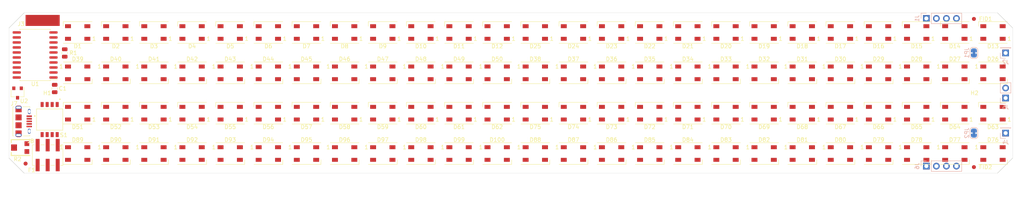
<source format=kicad_pcb>
(kicad_pcb (version 20171130) (host pcbnew "(5.1.5)-3")
  (layers (0 F.Cu signal) (31 B.Cu signal) (34 B.Paste user) (35 F.Paste user) (36 B.SilkS user) (37 F.SilkS user) (38 B.Mask user) (39 F.Mask user) (44 Edge.Cuts user))
  (net 0 "")
  (net 1 "Net-(D1-Pad2)")
  (net 2 "Net-(U1-Pad17)")
  (net 3 "Net-(U1-Pad15)")
  (net 4 "Net-(U1-Pad14)")
  (net 5 "Net-(U1-Pad13)")
  (net 6 "Net-(U1-Pad12)")
  (net 7 "Net-(U1-Pad10)")
  (net 8 "Net-(U1-Pad7)")
  (net 9 "Net-(U1-Pad6)")
  (net 10 GND)
  (net 11 +5V)
  (net 12 UPDI_DATA)
  (net 13 "Net-(D2-Pad2)")
  (net 14 "Net-(D3-Pad2)")
  (net 15 "Net-(D4-Pad2)")
  (net 16 TxD)
  (net 17 RxD)
  (net 18 MAG)
  (net 19 "Net-(D5-Pad2)")
  (net 20 "Net-(D6-Pad2)")
  (net 21 LED_ROW0)
  (net 22 "Net-(D10-Pad2)")
  (net 23 "Net-(D10-Pad4)")
  (net 24 "Net-(D11-Pad2)")
  (net 25 "Net-(D12-Pad2)")
  (net 26 PTC)
  (net 27 BRIGHTNESS)
  (net 28 "Net-(D7-Pad2)")
  (net 29 "Net-(D8-Pad2)")
  (net 30 "Net-(D13-Pad2)")
  (net 31 "Net-(D13-Pad4)")
  (net 32 "Net-(D14-Pad4)")
  (net 33 "Net-(D15-Pad4)")
  (net 34 "Net-(D16-Pad4)")
  (net 35 "Net-(D17-Pad4)")
  (net 36 "Net-(D18-Pad4)")
  (net 37 "Net-(D19-Pad4)")
  (net 38 "Net-(D20-Pad4)")
  (net 39 "Net-(D21-Pad4)")
  (net 40 "Net-(D22-Pad4)")
  (net 41 "Net-(D23-Pad4)")
  (net 42 "Net-(D26-Pad2)")
  (net 43 "Net-(D27-Pad2)")
  (net 44 "Net-(D28-Pad2)")
  (net 45 "Net-(D29-Pad2)")
  (net 46 "Net-(D30-Pad2)")
  (net 47 "Net-(D31-Pad2)")
  (net 48 "Net-(D32-Pad2)")
  (net 49 "Net-(D33-Pad2)")
  (net 50 "Net-(D34-Pad2)")
  (net 51 "Net-(D35-Pad2)")
  (net 52 "Net-(D36-Pad2)")
  (net 53 LED_CONT)
  (net 54 "Net-(D39-Pad4)")
  (net 55 "Net-(D40-Pad4)")
  (net 56 "Net-(D41-Pad4)")
  (net 57 "Net-(D42-Pad4)")
  (net 58 "Net-(D43-Pad4)")
  (net 59 "Net-(D44-Pad4)")
  (net 60 "Net-(D45-Pad4)")
  (net 61 "Net-(D46-Pad4)")
  (net 62 "Net-(D47-Pad4)")
  (net 63 "Net-(D51-Pad2)")
  (net 64 "Net-(D52-Pad2)")
  (net 65 "Net-(D53-Pad2)")
  (net 66 "Net-(D54-Pad2)")
  (net 67 "Net-(D55-Pad2)")
  (net 68 "Net-(D56-Pad2)")
  (net 69 "Net-(D57-Pad2)")
  (net 70 "Net-(D58-Pad2)")
  (net 71 "Net-(D59-Pad2)")
  (net 72 "Net-(D60-Pad2)")
  (net 73 "Net-(D61-Pad2)")
  (net 74 "Net-(D62-Pad2)")
  (net 75 "Net-(D63-Pad4)")
  (net 76 "Net-(D64-Pad4)")
  (net 77 "Net-(D65-Pad4)")
  (net 78 "Net-(D66-Pad4)")
  (net 79 "Net-(D67-Pad4)")
  (net 80 "Net-(D68-Pad4)")
  (net 81 "Net-(D69-Pad4)")
  (net 82 "Net-(D70-Pad4)")
  (net 83 "Net-(D71-Pad4)")
  (net 84 "Net-(D72-Pad4)")
  (net 85 "Net-(D73-Pad4)")
  (net 86 "Net-(D76-Pad2)")
  (net 87 "Net-(D77-Pad2)")
  (net 88 "Net-(D78-Pad2)")
  (net 89 "Net-(D79-Pad2)")
  (net 90 "Net-(D80-Pad2)")
  (net 91 "Net-(D81-Pad2)")
  (net 92 "Net-(D82-Pad2)")
  (net 93 "Net-(D83-Pad2)")
  (net 94 "Net-(D84-Pad2)")
  (net 95 "Net-(D85-Pad2)")
  (net 96 "Net-(D86-Pad2)")
  (net 97 "Net-(D100-Pad4)")
  (net 98 "Net-(D89-Pad4)")
  (net 99 "Net-(D90-Pad4)")
  (net 100 "Net-(D91-Pad4)")
  (net 101 "Net-(D92-Pad4)")
  (net 102 "Net-(D93-Pad4)")
  (net 103 "Net-(D94-Pad4)")
  (net 104 "Net-(D95-Pad4)")
  (net 105 "Net-(D96-Pad4)")
  (net 106 "Net-(D97-Pad4)")
  (net 107 "Net-(D98-Pad4)")
  (net 108 "Net-(D100-Pad2)")
  (net 109 "Net-(R1-Pad2)")
  (net 110 "Net-(D24-Pad4)")
  (net 111 "Net-(D37-Pad2)")
  (net 112 "Net-(D38-Pad2)")
  (net 113 "Net-(D48-Pad4)")
  (net 114 "Net-(D49-Pad4)")
  (net 115 "Net-(D63-Pad2)")
  (net 116 "Net-(D74-Pad4)")
  (net 117 "Net-(D87-Pad2)")
  (net 118 "Net-(D89-Pad2)")
  (net 119 "Net-(J7-PadS1)")
  (net 120 "Net-(J7-Pad3)")
  (net 121 "Net-(J7-Pad2)")
  (net 122 "Net-(J8-Pad5)")
  (net 123 "Net-(J8-Pad4)")
  (net 124 "Net-(J8-Pad3)")
  (net 125 USB_UPDI)
  (net 126 SW3)
  (net 127 SW2)
  (net 128 SW1)
  (net 129 "Net-(D60-Pad1)")
  (module WS2812B:LED_WS2812B_PLCC4_5.0x5.0mm_P3.2mm (layer F.Cu) (at 148.9456 101.6381 180)
    (fp_text reference D62 (at 0 -3.5) (layer F.SilkS))
    (fp_text value WS2812B)
    (fp_text user 1 (at -4.15 -1.6) (layer F.SilkS))
    (pad 1 smd rect (at -2.45 -1.6 180) (size 1.5 1) (layers F.Cu F.Paste F.Mask) (net 11 +5V))
    (pad 2 smd rect (at -2.45 1.6 180) (size 1.5 1) (layers F.Cu F.Paste F.Mask) (net 74 "Net-(D62-Pad2)"))
    (pad 4 smd rect (at 2.45 -1.6 180) (size 1.5 1) (layers F.Cu F.Paste F.Mask) (net 73 "Net-(D61-Pad2)"))
    (pad 3 smd rect (at 2.45 1.6 180) (size 1.5 1) (layers F.Cu F.Paste F.Mask) (net 10 GND))
  )
  (module DS05-127-2-04BK-SMT-TR:SW_DS05-127-2-04BK-SMT-TR (layer F.Cu) (at 35.687 103.251 270)
    (fp_text reference S1 (at 3.937 -3.556 180) (layer F.SilkS))
    (fp_text value DS05-127-2-04BK-SMT-TR)
    (pad 4B smd rect (at 3.81 1.905 270) (size 1.27 0.76) (layers F.Cu F.Paste F.Mask) (net 10 GND))
    (pad 4A smd rect (at -3.81 1.905 270) (size 1.27 0.76) (layers F.Cu F.Paste F.Mask) (net 126 SW3))
    (pad 1B smd rect (at 3.81 -1.905 270) (size 1.27 0.76) (layers F.Cu F.Paste F.Mask) (net 12 UPDI_DATA))
    (pad 2B smd rect (at 3.81 -0.635 270) (size 1.27 0.76) (layers F.Cu F.Paste F.Mask) (net 10 GND))
    (pad 3B smd rect (at 3.81 0.635 270) (size 1.27 0.76) (layers F.Cu F.Paste F.Mask) (net 10 GND))
    (pad 3A smd rect (at -3.81 0.635 270) (size 1.27 0.76) (layers F.Cu F.Paste F.Mask) (net 127 SW2))
    (pad 2A smd rect (at -3.81 -0.635 270) (size 1.27 0.76) (layers F.Cu F.Paste F.Mask) (net 128 SW1))
    (pad 1A smd rect (at -3.81 -1.905 270) (size 1.27 0.76) (layers F.Cu F.Paste F.Mask) (net 125 USB_UPDI))
  )
  (module Connector_PinHeader_2.54mm:PinHeader_1x02_P2.54mm_Vertical (layer B.Cu) (at 277.622 97.79)
    (fp_text reference J5 (at 0 2.33) (layer B.SilkS) (effects (justify mirror)))
    (fp_text value Conn_01x02)
    (pad 2 thru_hole oval (at 0 -2.54) (size 1.7 1.7) (drill 1) (layers *.Cu *.Mask) (net 11 +5V))
    (pad 1 thru_hole rect (at 0 0) (size 1.7 1.7) (drill 1) (layers *.Cu *.Mask) (net 10 GND))
  )
  (module Connector_PinHeader_2.54mm:PinHeader_1x01_P2.54mm_Vertical (layer B.Cu) (at 277.622 106.68)
    (fp_text reference J4 (at 0 2.33) (layer B.SilkS) (effects (justify mirror)))
    (fp_text value Conn_01x01)
    (pad 1 thru_hole rect (at 0 0) (size 1.7 1.7) (drill 1) (layers *.Cu *.Mask) (net 16 TxD))
  )
  (module Connector_PinHeader_2.54mm:PinHeader_1x01_P2.54mm_Vertical (layer B.Cu) (at 277.622 86.36)
    (fp_text reference J2 (at 0 2.33) (layer B.SilkS) (effects (justify mirror)))
    (fp_text value Conn_01x01)
    (pad 1 thru_hole rect (at 0 0) (size 1.7 1.7) (drill 1) (layers *.Cu *.Mask) (net 17 RxD))
  )
  (module WS2812B:LED_WS2812B_PLCC4_5.0x5.0mm_P3.2mm (layer F.Cu) (at 255.1176 111.8743)
    (fp_text reference D78 (at 0 -3.5) (layer F.SilkS))
    (fp_text value WS2812B)
    (fp_text user 1 (at -4.15 -1.6) (layer F.SilkS))
    (pad 1 smd rect (at -2.45 -1.6) (size 1.5 1) (layers F.Cu F.Paste F.Mask) (net 11 +5V))
    (pad 2 smd rect (at -2.45 1.6) (size 1.5 1) (layers F.Cu F.Paste F.Mask) (net 88 "Net-(D78-Pad2)"))
    (pad 4 smd rect (at 2.45 -1.6) (size 1.5 1) (layers F.Cu F.Paste F.Mask) (net 87 "Net-(D77-Pad2)"))
    (pad 3 smd rect (at 2.45 1.6) (size 1.5 1) (layers F.Cu F.Paste F.Mask) (net 10 GND))
  )
  (module WS2812B:LED_WS2812B_PLCC4_5.0x5.0mm_P3.2mm (layer F.Cu) (at 255.1176 101.6381 180)
    (fp_text reference D65 (at 0 -3.5) (layer F.SilkS))
    (fp_text value WS2812B)
    (fp_text user 1 (at -4.15 -1.6) (layer F.SilkS))
    (pad 1 smd rect (at -2.45 -1.6 180) (size 1.5 1) (layers F.Cu F.Paste F.Mask) (net 11 +5V))
    (pad 2 smd rect (at -2.45 1.6 180) (size 1.5 1) (layers F.Cu F.Paste F.Mask) (net 76 "Net-(D64-Pad4)"))
    (pad 4 smd rect (at 2.45 -1.6 180) (size 1.5 1) (layers F.Cu F.Paste F.Mask) (net 77 "Net-(D65-Pad4)"))
    (pad 3 smd rect (at 2.45 1.6 180) (size 1.5 1) (layers F.Cu F.Paste F.Mask) (net 10 GND))
  )
  (module WS2812B:LED_WS2812B_PLCC4_5.0x5.0mm_P3.2mm (layer F.Cu) (at 255.1176 91.4019)
    (fp_text reference D28 (at 0 -3.5) (layer F.SilkS))
    (fp_text value WS2812B)
    (fp_text user 1 (at -4.15 -1.6) (layer F.SilkS))
    (pad 1 smd rect (at -2.45 -1.6) (size 1.5 1) (layers F.Cu F.Paste F.Mask) (net 11 +5V))
    (pad 2 smd rect (at -2.45 1.6) (size 1.5 1) (layers F.Cu F.Paste F.Mask) (net 44 "Net-(D28-Pad2)"))
    (pad 4 smd rect (at 2.45 -1.6) (size 1.5 1) (layers F.Cu F.Paste F.Mask) (net 43 "Net-(D27-Pad2)"))
    (pad 3 smd rect (at 2.45 1.6) (size 1.5 1) (layers F.Cu F.Paste F.Mask) (net 10 GND))
  )
  (module WS2812B:LED_WS2812B_PLCC4_5.0x5.0mm_P3.2mm (layer F.Cu) (at 274.4216 81.1657 180)
    (fp_text reference D13 (at 0 -3.5) (layer F.SilkS))
    (fp_text value WS2812B)
    (fp_text user 1 (at -4.15 -1.6) (layer F.SilkS))
    (pad 1 smd rect (at -2.45 -1.6 180) (size 1.5 1) (layers F.Cu F.Paste F.Mask) (net 11 +5V))
    (pad 2 smd rect (at -2.45 1.6 180) (size 1.5 1) (layers F.Cu F.Paste F.Mask) (net 30 "Net-(D13-Pad2)"))
    (pad 4 smd rect (at 2.45 -1.6 180) (size 1.5 1) (layers F.Cu F.Paste F.Mask) (net 31 "Net-(D13-Pad4)"))
    (pad 3 smd rect (at 2.45 1.6 180) (size 1.5 1) (layers F.Cu F.Paste F.Mask) (net 10 GND))
  )
  (module Package_TO_SOT_SMD:SC-59 (layer F.Cu) (at 27.559 96.52 270)
    (fp_text reference U2 (at 2.032 -1.651 180) (layer F.SilkS))
    (fp_text value SI7211-B-00-IV)
    (pad 3 smd rect (at 1.2 0 270) (size 0.9 0.8) (layers F.Cu F.Paste F.Mask) (net 18 MAG))
    (pad 2 smd rect (at -1.2 0.95 270) (size 0.9 0.8) (layers F.Cu F.Paste F.Mask) (net 10 GND))
    (pad 1 smd rect (at -1.2 -0.95 270) (size 0.9 0.8) (layers F.Cu F.Paste F.Mask) (net 11 +5V))
  )
  (module Package_SO:SOIC-20W_7.5x12.8mm_P1.27mm (layer F.Cu) (at 32.004 86.868 180)
    (fp_text reference U1 (at 0 -7.35) (layer F.SilkS))
    (fp_text value ATtiny3216-S)
    (pad 20 smd roundrect (at 4.65 -5.715 180) (size 2.05 0.6) (layers F.Cu F.Paste F.Mask) (net 10 GND))
    (pad 19 smd roundrect (at 4.65 -4.445 180) (size 2.05 0.6) (layers F.Cu F.Paste F.Mask) (net 18 MAG))
    (pad 18 smd roundrect (at 4.65 -3.175 180) (size 2.05 0.6) (layers F.Cu F.Paste F.Mask) (net 27 BRIGHTNESS))
    (pad 17 smd roundrect (at 4.65 -1.905 180) (size 2.05 0.6) (layers F.Cu F.Paste F.Mask) (net 2 "Net-(U1-Pad17)"))
    (pad 16 smd roundrect (at 4.65 -0.635 180) (size 2.05 0.6) (layers F.Cu F.Paste F.Mask) (net 12 UPDI_DATA))
    (pad 15 smd roundrect (at 4.65 0.635 180) (size 2.05 0.6) (layers F.Cu F.Paste F.Mask) (net 3 "Net-(U1-Pad15)"))
    (pad 14 smd roundrect (at 4.65 1.905 180) (size 2.05 0.6) (layers F.Cu F.Paste F.Mask) (net 4 "Net-(U1-Pad14)"))
    (pad 13 smd roundrect (at 4.65 3.175 180) (size 2.05 0.6) (layers F.Cu F.Paste F.Mask) (net 5 "Net-(U1-Pad13)"))
    (pad 12 smd roundrect (at 4.65 4.445 180) (size 2.05 0.6) (layers F.Cu F.Paste F.Mask) (net 6 "Net-(U1-Pad12)"))
    (pad 11 smd roundrect (at 4.65 5.715 180) (size 2.05 0.6) (layers F.Cu F.Paste F.Mask) (net 26 PTC))
    (pad 10 smd roundrect (at -4.65 5.715 180) (size 2.05 0.6) (layers F.Cu F.Paste F.Mask) (net 7 "Net-(U1-Pad10)"))
    (pad 9 smd roundrect (at -4.65 4.445 180) (size 2.05 0.6) (layers F.Cu F.Paste F.Mask) (net 16 TxD))
    (pad 8 smd roundrect (at -4.65 3.175 180) (size 2.05 0.6) (layers F.Cu F.Paste F.Mask) (net 17 RxD))
    (pad 7 smd roundrect (at -4.65 1.905 180) (size 2.05 0.6) (layers F.Cu F.Paste F.Mask) (net 8 "Net-(U1-Pad7)"))
    (pad 6 smd roundrect (at -4.65 0.635 180) (size 2.05 0.6) (layers F.Cu F.Paste F.Mask) (net 9 "Net-(U1-Pad6)"))
    (pad 5 smd roundrect (at -4.65 -0.635 180) (size 2.05 0.6) (layers F.Cu F.Paste F.Mask) (net 109 "Net-(R1-Pad2)"))
    (pad 4 smd roundrect (at -4.65 -1.905 180) (size 2.05 0.6) (layers F.Cu F.Paste F.Mask) (net 126 SW3))
    (pad 3 smd roundrect (at -4.65 -3.175 180) (size 2.05 0.6) (layers F.Cu F.Paste F.Mask) (net 127 SW2))
    (pad 2 smd roundrect (at -4.65 -4.445 180) (size 2.05 0.6) (layers F.Cu F.Paste F.Mask) (net 128 SW1))
    (pad 1 smd roundrect (at -4.65 -5.715 180) (size 2.05 0.6) (layers F.Cu F.Paste F.Mask) (net 11 +5V))
  )
  (module TC33X-2-103E:35WR (layer F.Cu) (at 28.32 110.363 90)
    (fp_text reference R2 (at -2.921 -0.761) (layer F.SilkS) (effects (font (size 1.001276 1.001276))))
    (fp_text value TC33X-2-103E)
    (pad 2 smd rect (at 0 -1.65 90) (size 1.6 1.5) (layers F.Cu F.Paste F.Mask) (net 27 BRIGHTNESS))
    (pad 3 smd rect (at 1 1.6 90) (size 1.2 1.2) (layers F.Cu F.Paste F.Mask) (net 10 GND))
    (pad 1 smd rect (at -1 1.6 90) (size 1.2 1.2) (layers F.Cu F.Paste F.Mask) (net 11 +5V))
  )
  (module Resistor_SMD:R_0805_2012Metric (layer F.Cu) (at 39.497 86.36 270)
    (fp_text reference R1 (at 0 -2.159 180) (layer F.SilkS))
    (fp_text value 470R)
    (pad 2 smd roundrect (at 0.9375 0 270) (size 0.975 1.4) (layers F.Cu F.Paste F.Mask) (net 109 "Net-(R1-Pad2)"))
    (pad 1 smd roundrect (at -0.9375 0 270) (size 0.975 1.4) (layers F.Cu F.Paste F.Mask) (net 21 LED_ROW0))
  )
  (module Jumper:SolderJumper-2_P1.3mm_Bridged_RoundedPad1.0x1.5mm (layer B.Cu) (at 269.5956 106.68 270)
    (fp_text reference JP2 (at 0 1.8 90) (layer B.SilkS) (effects (justify mirror)))
    (fp_text value SolderJumper_2_Bridged)
    (fp_poly (pts (xy 0.25 0.3) (xy -0.25 0.3) (xy -0.25 -0.3) (xy 0.25 -0.3)) (layer B.Cu) (width 0))
    (pad 1 smd custom (at -0.65 0 270) (size 1 0.5) (layers B.Cu B.Mask) (net 75 "Net-(D63-Pad4)") (options (clearance outline) (anchor rect)) (primitives (gr_circle (center 0 -0.25) (end 0.5 -0.25) (width 0)) (gr_circle (center 0 0.25) (end 0.5 0.25) (width 0)) (gr_poly (pts (xy 0 0.75) (xy 0.5 0.75) (xy 0.5 -0.75) (xy 0 -0.75)) (width 0))))
    (pad 2 smd custom (at 0.65 0 270) (size 1 0.5) (layers B.Cu B.Mask) (net 86 "Net-(D76-Pad2)") (options (clearance outline) (anchor rect)) (primitives (gr_circle (center 0 -0.25) (end 0.5 -0.25) (width 0)) (gr_circle (center 0 0.25) (end 0.5 0.25) (width 0)) (gr_poly (pts (xy 0 0.75) (xy -0.5 0.75) (xy -0.5 -0.75) (xy 0 -0.75)) (width 0))))
  )
  (module Jumper:SolderJumper-2_P1.3mm_Bridged_RoundedPad1.0x1.5mm (layer B.Cu) (at 269.5956 86.36 270)
    (fp_text reference JP1 (at 0 1.8 90) (layer B.SilkS) (effects (justify mirror)))
    (fp_text value SolderJumper_2_Bridged)
    (fp_poly (pts (xy 0.25 0.3) (xy -0.25 0.3) (xy -0.25 -0.3) (xy 0.25 -0.3)) (layer B.Cu) (width 0))
    (pad 1 smd custom (at -0.65 0 270) (size 1 0.5) (layers B.Cu B.Mask) (net 31 "Net-(D13-Pad4)") (options (clearance outline) (anchor rect)) (primitives (gr_circle (center 0 -0.25) (end 0.5 -0.25) (width 0)) (gr_circle (center 0 0.25) (end 0.5 0.25) (width 0)) (gr_poly (pts (xy 0 0.75) (xy 0.5 0.75) (xy 0.5 -0.75) (xy 0 -0.75)) (width 0))))
    (pad 2 smd custom (at 0.65 0 270) (size 1 0.5) (layers B.Cu B.Mask) (net 42 "Net-(D26-Pad2)") (options (clearance outline) (anchor rect)) (primitives (gr_circle (center 0 -0.25) (end 0.5 -0.25) (width 0)) (gr_circle (center 0 0.25) (end 0.5 0.25) (width 0)) (gr_poly (pts (xy 0 0.75) (xy -0.5 0.75) (xy -0.5 -0.75) (xy 0 -0.75)) (width 0))))
  )
  (module Connector_PinHeader_2.54mm:PinHeader_2x03_P2.54mm_Vertical_SMD (layer F.Cu) (at 35.179 112.268 90)
    (fp_text reference J8 (at 3.556 -4.318 180) (layer F.SilkS))
    (fp_text value Conn_02x03_Odd_Even)
    (pad 6 smd rect (at 2.525 2.54 90) (size 3.15 1) (layers F.Cu F.Paste F.Mask) (net 10 GND))
    (pad 5 smd rect (at -2.525 2.54 90) (size 3.15 1) (layers F.Cu F.Paste F.Mask) (net 122 "Net-(J8-Pad5)"))
    (pad 4 smd rect (at 2.525 0 90) (size 3.15 1) (layers F.Cu F.Paste F.Mask) (net 123 "Net-(J8-Pad4)"))
    (pad 3 smd rect (at -2.525 0 90) (size 3.15 1) (layers F.Cu F.Paste F.Mask) (net 124 "Net-(J8-Pad3)"))
    (pad 2 smd rect (at 2.525 -2.54 90) (size 3.15 1) (layers F.Cu F.Paste F.Mask) (net 11 +5V))
    (pad 1 smd rect (at -2.525 -2.54 90) (size 3.15 1) (layers F.Cu F.Paste F.Mask) (net 12 UPDI_DATA))
  )
  (module microUSB:AMPHENOL_10118194-0001LF (layer F.Cu) (at 27.813 103.7082 270)
    (fp_text reference J7 (at -4.5212 1.143 180) (layer F.SilkS) (effects (font (size 1.000953 1.000953))))
    (fp_text value 10118194-0001LF)
    (fp_poly (pts (xy 2.3 0.78) (xy 2.3 -0.775) (xy 3.4975 -0.775) (xy 3.4975 -0.575) (xy 3.485731 -0.574662) (xy 3.472748 -0.57364) (xy 3.459836 -0.571941) (xy 3.447031 -0.569567) (xy 3.434368 -0.566527) (xy 3.421881 -0.562828) (xy 3.409605 -0.558481) (xy 3.397573 -0.553497) (xy 3.385818 -0.547891) (xy 3.374373 -0.541677) (xy 3.363269 -0.534872) (xy 3.352537 -0.527496) (xy 3.342205 -0.519567) (xy 3.332302 -0.51111) (xy 3.322855 -0.502145) (xy 3.31389 -0.492698) (xy 3.305433 -0.482795) (xy 3.297504 -0.472463) (xy 3.290128 -0.461731) (xy 3.283323 -0.450627) (xy 3.277109 -0.439182) (xy 3.271503 -0.427427) (xy 3.266519 -0.415395) (xy 3.262172 -0.403119) (xy 3.258473 -0.390632) (xy 3.255433 -0.377969) (xy 3.253059 -0.365164) (xy 3.25136 -0.352252) (xy 3.250338 -0.339269) (xy 3.25 -0.325) (xy 3.25 -0.315) (xy 3.25 0.315) (xy 3.25 0.325) (xy 3.250343 0.338084) (xy 3.25137 0.351132) (xy 3.253078 0.364109) (xy 3.255463 0.376978) (xy 3.258519 0.389705) (xy 3.262236 0.402254) (xy 3.266605 0.414592) (xy 3.271614 0.426684) (xy 3.277248 0.438498) (xy 3.283494 0.45) (xy 3.290332 0.46116) (xy 3.297746 0.471946) (xy 3.305714 0.48233) (xy 3.314214 0.492283) (xy 3.323223 0.501777) (xy 3.332717 0.510786) (xy 3.34267 0.519286) (xy 3.353054 0.527254) (xy 3.36384 0.534668) (xy 3.375 0.541506) (xy 3.386502 0.547752) (xy 3.398316 0.553386) (xy 3.410408 0.558395) (xy 3.422746 0.562764) (xy 3.435295 0.566481) (xy 3.448022 0.569537) (xy 3.460891 0.571922) (xy 3.473868 0.57363) (xy 3.486916 0.574657) (xy 3.5 0.575) (xy 3.513084 0.574657) (xy 3.526132 0.57363) (xy 3.539109 0.571922) (xy 3.551978 0.569537) (xy 3.564705 0.566481) (xy 3.577254 0.562764) (xy 3.589592 0.558395) (xy 3.601684 0.553386) (xy 3.613498 0.547752) (xy 3.625 0.541506) (xy 3.63616 0.534668) (xy 3.646946 0.527254) (xy 3.65733 0.519286) (xy 3.667283 0.510786) (xy 3.676777 0.501777) (xy 3.685786 0.492283) (xy 3.694286 0.48233) (xy 3.702254 0.471946) (xy 3.709668 0.46116) (xy 3.716506 0.45) (xy 3.722752 0.438498) (xy 3.728386 0.426684) (xy 3.733395 0.414592) (xy 3.737764 0.402254) (xy 3.741481 0.389705) (xy 3.744537 0.376978) (xy 3.746922 0.364109) (xy 3.74863 0.351132) (xy 3.749657 0.338084) (xy 3.75 0.325) (xy 3.75 -0.325) (xy 3.749662 -0.339269) (xy 3.74864 -0.352252) (xy 3.746941 -0.365164) (xy 3.744567 -0.377969) (xy 3.741527 -0.390632) (xy 3.737828 -0.403119) (xy 3.733481 -0.415395) (xy 3.728497 -0.427427) (xy 3.722891 -0.439182) (xy 3.716677 -0.450627) (xy 3.709872 -0.461731) (xy 3.702496 -0.472463) (xy 3.694567 -0.482795) (xy 3.68611 -0.492698) (xy 3.677145 -0.502145) (xy 3.667698 -0.51111) (xy 3.657795 -0.519567) (xy 3.647463 -0.527496) (xy 3.636731 -0.534872) (xy 3.625627 -0.541677) (xy 3.614182 -0.547891) (xy 3.602427 -0.553497) (xy 3.590395 -0.558481) (xy 3.578119 -0.562828) (xy 3.565632 -0.566527) (xy 3.552969 -0.569567) (xy 3.540164 -0.571941) (xy 3.527252 -0.57364) (xy 3.514269 -0.574662) (xy 3.5025 -0.575) (xy 3.5025 -0.775) (xy 3.527353 -0.774318) (xy 3.553384 -0.772269) (xy 3.579272 -0.768861) (xy 3.604946 -0.764103) (xy 3.630336 -0.758007) (xy 3.655373 -0.750591) (xy 3.679987 -0.741875) (xy 3.704111 -0.731882) (xy 3.727678 -0.720641) (xy 3.750626 -0.708182) (xy 3.77289 -0.694538) (xy 3.794409 -0.679748) (xy 3.815125 -0.663853) (xy 3.83498 -0.646895) (xy 3.853921 -0.628921) (xy 3.871895 -0.60998) (xy 3.888853 -0.590125) (xy 3.904748 -0.569409) (xy 3.919538 -0.54789) (xy 3.933182 -0.525626) (xy 3.945641 -0.502678) (xy 3.956882 -0.479111) (xy 3.966875 -0.454987) (xy 3.975591 -0.430373) (xy 3.983007 -0.405336) (xy 3.989103 -0.379946) (xy 3.993861 -0.354272) (xy 3.997269 -0.328384) (xy 3.999318 -0.302353) (xy 4 -0.275) (xy 4 0.275) (xy 3.999315 0.301168) (xy 3.997261 0.327264) (xy 3.993844 0.353217) (xy 3.989074 0.378956) (xy 3.982963 0.40441) (xy 3.975528 0.429508) (xy 3.96679 0.454184) (xy 3.956773 0.478368) (xy 3.945503 0.501995) (xy 3.933013 0.525) (xy 3.919335 0.54732) (xy 3.904508 0.568893) (xy 3.888573 0.58966) (xy 3.871572 0.609565) (xy 3.853553 0.628553) (xy 3.834565 0.646572) (xy 3.81466 0.663573) (xy 3.793893 0.679508) (xy 3.77232 0.694335) (xy 3.75 0.708013) (xy 3.726995 0.720503) (xy 3.703368 0.731773) (xy 3.679184 0.74179) (xy 3.654508 0.750528) (xy 3.62941 0.757963) (xy 3.603956 0.764074) (xy 3.578217 0.768844) (xy 3.552264 0.772261) (xy 3.526168 0.774315) (xy 3.5 0.775) (xy 2.305 0.775) (xy 2.305 0.78) (xy 2.3 0.78)) (layer F.Cu) (width 0.001))
    (fp_poly (pts (xy -2.3 -0.78) (xy -2.3 0.775) (xy -3.4975 0.775) (xy -3.4975 0.575) (xy -3.485731 0.574662) (xy -3.472748 0.57364) (xy -3.459836 0.571941) (xy -3.447031 0.569567) (xy -3.434368 0.566527) (xy -3.421881 0.562828) (xy -3.409605 0.558481) (xy -3.397573 0.553497) (xy -3.385818 0.547891) (xy -3.374373 0.541677) (xy -3.363269 0.534872) (xy -3.352537 0.527496) (xy -3.342205 0.519567) (xy -3.332302 0.51111) (xy -3.322855 0.502145) (xy -3.31389 0.492698) (xy -3.305433 0.482795) (xy -3.297504 0.472463) (xy -3.290128 0.461731) (xy -3.283323 0.450627) (xy -3.277109 0.439182) (xy -3.271503 0.427427) (xy -3.266519 0.415395) (xy -3.262172 0.403119) (xy -3.258473 0.390632) (xy -3.255433 0.377969) (xy -3.253059 0.365164) (xy -3.25136 0.352252) (xy -3.250338 0.339269) (xy -3.25 0.325) (xy -3.25 0.315) (xy -3.25 -0.315) (xy -3.25 -0.325) (xy -3.250343 -0.338084) (xy -3.25137 -0.351132) (xy -3.253078 -0.364109) (xy -3.255463 -0.376978) (xy -3.258519 -0.389705) (xy -3.262236 -0.402254) (xy -3.266605 -0.414592) (xy -3.271614 -0.426684) (xy -3.277248 -0.438498) (xy -3.283494 -0.45) (xy -3.290332 -0.46116) (xy -3.297746 -0.471946) (xy -3.305714 -0.48233) (xy -3.314214 -0.492283) (xy -3.323223 -0.501777) (xy -3.332717 -0.510786) (xy -3.34267 -0.519286) (xy -3.353054 -0.527254) (xy -3.36384 -0.534668) (xy -3.375 -0.541506) (xy -3.386502 -0.547752) (xy -3.398316 -0.553386) (xy -3.410408 -0.558395) (xy -3.422746 -0.562764) (xy -3.435295 -0.566481) (xy -3.448022 -0.569537) (xy -3.460891 -0.571922) (xy -3.473868 -0.57363) (xy -3.486916 -0.574657) (xy -3.5 -0.575) (xy -3.513084 -0.574657) (xy -3.526132 -0.57363) (xy -3.539109 -0.571922) (xy -3.551978 -0.569537) (xy -3.564705 -0.566481) (xy -3.577254 -0.562764) (xy -3.589592 -0.558395) (xy -3.601684 -0.553386) (xy -3.613498 -0.547752) (xy -3.625 -0.541506) (xy -3.63616 -0.534668) (xy -3.646946 -0.527254) (xy -3.65733 -0.519286) (xy -3.667283 -0.510786) (xy -3.676777 -0.501777) (xy -3.685786 -0.492283) (xy -3.694286 -0.48233) (xy -3.702254 -0.471946) (xy -3.709668 -0.46116) (xy -3.716506 -0.45) (xy -3.722752 -0.438498) (xy -3.728386 -0.426684) (xy -3.733395 -0.414592) (xy -3.737764 -0.402254) (xy -3.741481 -0.389705) (xy -3.744537 -0.376978) (xy -3.746922 -0.364109) (xy -3.74863 -0.351132) (xy -3.749657 -0.338084) (xy -3.75 -0.325) (xy -3.75 0.325) (xy -3.749662 0.339269) (xy -3.74864 0.352252) (xy -3.746941 0.365164) (xy -3.744567 0.377969) (xy -3.741527 0.390632) (xy -3.737828 0.403119) (xy -3.733481 0.415395) (xy -3.728497 0.427427) (xy -3.722891 0.439182) (xy -3.716677 0.450627) (xy -3.709872 0.461731) (xy -3.702496 0.472463) (xy -3.694567 0.482795) (xy -3.68611 0.492698) (xy -3.677145 0.502145) (xy -3.667698 0.51111) (xy -3.657795 0.519567) (xy -3.647463 0.527496) (xy -3.636731 0.534872) (xy -3.625627 0.541677) (xy -3.614182 0.547891) (xy -3.602427 0.553497) (xy -3.590395 0.558481) (xy -3.578119 0.562828) (xy -3.565632 0.566527) (xy -3.552969 0.569567) (xy -3.540164 0.571941) (xy -3.527252 0.57364) (xy -3.514269 0.574662) (xy -3.5025 0.575) (xy -3.5025 0.775) (xy -3.527353 0.774318) (xy -3.553384 0.772269) (xy -3.579272 0.768861) (xy -3.604946 0.764103) (xy -3.630336 0.758007) (xy -3.655373 0.750591) (xy -3.679987 0.741875) (xy -3.704111 0.731882) (xy -3.727678 0.720641) (xy -3.750626 0.708182) (xy -3.77289 0.694538) (xy -3.794409 0.679748) (xy -3.815125 0.663853) (xy -3.83498 0.646895) (xy -3.853921 0.628921) (xy -3.871895 0.60998) (xy -3.888853 0.590125) (xy -3.904748 0.569409) (xy -3.919538 0.54789) (xy -3.933182 0.525626) (xy -3.945641 0.502678) (xy -3.956882 0.479111) (xy -3.966875 0.454987) (xy -3.975591 0.430373) (xy -3.983007 0.405336) (xy -3.989103 0.379946) (xy -3.993861 0.354272) (xy -3.997269 0.328384) (xy -3.999318 0.302353) (xy -4 0.275) (xy -4 -0.275) (xy -3.999315 -0.301168) (xy -3.997261 -0.327264) (xy -3.993844 -0.353217) (xy -3.989074 -0.378956) (xy -3.982963 -0.40441) (xy -3.975528 -0.429508) (xy -3.96679 -0.454184) (xy -3.956773 -0.478368) (xy -3.945503 -0.501995) (xy -3.933013 -0.525) (xy -3.919335 -0.54732) (xy -3.904508 -0.568893) (xy -3.888573 -0.58966) (xy -3.871572 -0.609565) (xy -3.853553 -0.628553) (xy -3.834565 -0.646572) (xy -3.81466 -0.663573) (xy -3.793893 -0.679508) (xy -3.77232 -0.694335) (xy -3.75 -0.708013) (xy -3.726995 -0.720503) (xy -3.703368 -0.731773) (xy -3.679184 -0.74179) (xy -3.654508 -0.750528) (xy -3.62941 -0.757963) (xy -3.603956 -0.764074) (xy -3.578217 -0.768844) (xy -3.552264 -0.772261) (xy -3.526168 -0.774315) (xy -3.5 -0.775) (xy -2.305 -0.775) (xy -2.305 -0.78) (xy -2.3 -0.78)) (layer F.Cu) (width 0.001))
    (pad S6 thru_hole oval (at 3.5 0 270) (size 0.775 1.55) (drill oval 0.5 1.15) (layers *.Cu *.Mask) (net 119 "Net-(J7-PadS1)"))
    (pad S5 smd rect (at 1 0 270) (size 1.5 1.55) (layers F.Cu F.Paste F.Mask) (net 119 "Net-(J7-PadS1)"))
    (pad S4 smd rect (at -1 0 270) (size 1.5 1.55) (layers F.Cu F.Paste F.Mask) (net 119 "Net-(J7-PadS1)"))
    (pad S3 thru_hole oval (at -3.5 0 270) (size 0.775 1.55) (drill oval 0.5 1.15) (layers *.Cu *.Mask) (net 119 "Net-(J7-PadS1)"))
    (pad S2 thru_hole oval (at 2.5 -2.7 270) (size 1.3 0.65) (drill oval 0.85 0.55) (layers *.Cu *.Mask) (net 119 "Net-(J7-PadS1)"))
    (pad S1 thru_hole oval (at -2.5 -2.7 270) (size 1.3 0.65) (drill oval 0.85 0.55) (layers *.Cu *.Mask) (net 119 "Net-(J7-PadS1)"))
    (pad 5 smd rect (at 1.3 -2.7 270) (size 0.4 1.35) (layers F.Cu F.Paste F.Mask) (net 10 GND))
    (pad 4 smd rect (at 0.65 -2.7 270) (size 0.4 1.35) (layers F.Cu F.Paste F.Mask) (net 125 USB_UPDI))
    (pad 3 smd rect (at 0 -2.7 270) (size 0.4 1.35) (layers F.Cu F.Paste F.Mask) (net 120 "Net-(J7-Pad3)"))
    (pad 2 smd rect (at -0.65 -2.7 270) (size 0.4 1.35) (layers F.Cu F.Paste F.Mask) (net 121 "Net-(J7-Pad2)"))
    (pad 1 smd rect (at -1.3 -2.7 270) (size 0.4 1.35) (layers F.Cu F.Paste F.Mask) (net 11 +5V))
  )
  (module Connector_PinHeader_2.54mm:PinHeader_1x04_P2.54mm_Vertical (layer B.Cu) (at 257.556 115.062 270)
    (fp_text reference J6 (at 0 2.33 90) (layer B.SilkS) (effects (justify mirror)))
    (fp_text value Conn_01x04)
    (pad 4 thru_hole oval (at 0 -7.62 270) (size 1.7 1.7) (drill 1) (layers *.Cu *.Mask) (net 17 RxD))
    (pad 3 thru_hole oval (at 0 -5.08 270) (size 1.7 1.7) (drill 1) (layers *.Cu *.Mask) (net 16 TxD))
    (pad 2 thru_hole oval (at 0 -2.54 270) (size 1.7 1.7) (drill 1) (layers *.Cu *.Mask) (net 10 GND))
    (pad 1 thru_hole rect (at 0 0 270) (size 1.7 1.7) (drill 1) (layers *.Cu *.Mask) (net 11 +5V))
  )
  (module PTC:cap_touch (layer F.Cu) (at 33.909 78.105)
    (fp_text reference J3 (at -5.461 0.889) (layer F.SilkS))
    (fp_text value Conn_01x01)
    (pad 1 smd rect (at 0 0) (size 8.636 2.794) (layers F.Cu F.Paste F.Mask) (net 26 PTC))
  )
  (module Connector_PinHeader_2.54mm:PinHeader_1x04_P2.54mm_Vertical (layer B.Cu) (at 257.556 77.597 270)
    (fp_text reference J1 (at 0 2.33 270) (layer B.SilkS) (effects (justify mirror)))
    (fp_text value Conn_01x04)
    (pad 4 thru_hole oval (at 0 -7.62 270) (size 1.7 1.7) (drill 1) (layers *.Cu *.Mask) (net 16 TxD))
    (pad 3 thru_hole oval (at 0 -5.08 270) (size 1.7 1.7) (drill 1) (layers *.Cu *.Mask) (net 17 RxD))
    (pad 2 thru_hole oval (at 0 -2.54 270) (size 1.7 1.7) (drill 1) (layers *.Cu *.Mask) (net 10 GND))
    (pad 1 thru_hole rect (at 0 0 270) (size 1.7 1.7) (drill 1) (layers *.Cu *.Mask) (net 11 +5V))
  )
  (module MountingHole:MountingHole_2.5mm (layer F.Cu) (at 272.288 96.52)
    (fp_text reference H2 (at -2.54 0) (layer F.SilkS))
    (fp_text value MountingHole)
    (pad 1 np_thru_hole circle (at 0 0) (size 2.5 2.5) (drill 2.5) (layers *.Cu *.Mask))
  )
  (module MountingHole:MountingHole_2.5mm (layer F.Cu) (at 32.512 96.52 180)
    (fp_text reference H1 (at -2.54 0) (layer F.SilkS))
    (fp_text value MountingHole)
    (pad 1 np_thru_hole circle (at 0 0 180) (size 2.5 2.5) (drill 2.5) (layers *.Cu *.Mask))
  )
  (module Fiducial:Fiducial_1mm_Mask2mm (layer F.Cu) (at 269.5956 115.316)
    (fp_text reference FID2 (at 2.9464 0) (layer F.SilkS))
    (fp_text value Fiducial)
    (pad "" smd circle (at 0 0) (size 1 1) (layers F.Cu F.Mask) (clearance 0.5))
  )
  (module Fiducial:Fiducial_1mm_Mask2mm (layer F.Cu) (at 269.5956 77.724 180)
    (fp_text reference FID1 (at -2.9464 0) (layer F.SilkS))
    (fp_text value Fiducial)
    (pad "" smd circle (at 0 0 180) (size 1 1) (layers F.Cu F.Mask) (clearance 0.5))
  )
  (module Fiducial:Fiducial_1mm_Mask2mm (layer F.Cu) (at 29.591 114.427)
    (fp_text reference F1 (at 1.524 1.651) (layer F.SilkS))
    (fp_text value Fiducial)
    (pad "" smd circle (at 0 0) (size 1 1) (layers F.Cu F.Mask) (clearance 0.5))
  )
  (module WS2812B:LED_WS2812B_PLCC4_5.0x5.0mm_P3.2mm (layer F.Cu) (at 148.9456 111.8743)
    (fp_text reference D100 (at 0 -3.5) (layer F.SilkS))
    (fp_text value WS2812B)
    (fp_text user 1 (at -4.15 -1.6) (layer F.SilkS))
    (pad 1 smd rect (at -2.45 -1.6) (size 1.5 1) (layers F.Cu F.Paste F.Mask) (net 11 +5V))
    (pad 2 smd rect (at -2.45 1.6) (size 1.5 1) (layers F.Cu F.Paste F.Mask) (net 108 "Net-(D100-Pad2)"))
    (pad 4 smd rect (at 2.45 -1.6) (size 1.5 1) (layers F.Cu F.Paste F.Mask) (net 97 "Net-(D100-Pad4)"))
    (pad 3 smd rect (at 2.45 1.6) (size 1.5 1) (layers F.Cu F.Paste F.Mask) (net 10 GND))
  )
  (module WS2812B:LED_WS2812B_PLCC4_5.0x5.0mm_P3.2mm (layer F.Cu) (at 139.2936 111.8743)
    (fp_text reference D99 (at 0 -3.5) (layer F.SilkS))
    (fp_text value WS2812B)
    (fp_text user 1 (at -4.15 -1.6) (layer F.SilkS))
    (pad 1 smd rect (at -2.45 -1.6) (size 1.5 1) (layers F.Cu F.Paste F.Mask) (net 11 +5V))
    (pad 2 smd rect (at -2.45 1.6) (size 1.5 1) (layers F.Cu F.Paste F.Mask) (net 107 "Net-(D98-Pad4)"))
    (pad 4 smd rect (at 2.45 -1.6) (size 1.5 1) (layers F.Cu F.Paste F.Mask) (net 108 "Net-(D100-Pad2)"))
    (pad 3 smd rect (at 2.45 1.6) (size 1.5 1) (layers F.Cu F.Paste F.Mask) (net 10 GND))
  )
  (module WS2812B:LED_WS2812B_PLCC4_5.0x5.0mm_P3.2mm (layer F.Cu) (at 129.6416 111.8743)
    (fp_text reference D98 (at 0 -3.5) (layer F.SilkS))
    (fp_text value WS2812B)
    (fp_text user 1 (at -4.15 -1.6) (layer F.SilkS))
    (pad 1 smd rect (at -2.45 -1.6) (size 1.5 1) (layers F.Cu F.Paste F.Mask) (net 11 +5V))
    (pad 2 smd rect (at -2.45 1.6) (size 1.5 1) (layers F.Cu F.Paste F.Mask) (net 106 "Net-(D97-Pad4)"))
    (pad 4 smd rect (at 2.45 -1.6) (size 1.5 1) (layers F.Cu F.Paste F.Mask) (net 107 "Net-(D98-Pad4)"))
    (pad 3 smd rect (at 2.45 1.6) (size 1.5 1) (layers F.Cu F.Paste F.Mask) (net 10 GND))
  )
  (module WS2812B:LED_WS2812B_PLCC4_5.0x5.0mm_P3.2mm (layer F.Cu) (at 119.9896 111.8743)
    (fp_text reference D97 (at 0 -3.5) (layer F.SilkS))
    (fp_text value WS2812B)
    (fp_text user 1 (at -4.15 -1.6) (layer F.SilkS))
    (pad 1 smd rect (at -2.45 -1.6) (size 1.5 1) (layers F.Cu F.Paste F.Mask) (net 11 +5V))
    (pad 2 smd rect (at -2.45 1.6) (size 1.5 1) (layers F.Cu F.Paste F.Mask) (net 105 "Net-(D96-Pad4)"))
    (pad 4 smd rect (at 2.45 -1.6) (size 1.5 1) (layers F.Cu F.Paste F.Mask) (net 106 "Net-(D97-Pad4)"))
    (pad 3 smd rect (at 2.45 1.6) (size 1.5 1) (layers F.Cu F.Paste F.Mask) (net 10 GND))
  )
  (module WS2812B:LED_WS2812B_PLCC4_5.0x5.0mm_P3.2mm (layer F.Cu) (at 110.3376 111.8743)
    (fp_text reference D96 (at 0 -3.5) (layer F.SilkS))
    (fp_text value WS2812B)
    (fp_text user 1 (at -4.15 -1.6) (layer F.SilkS))
    (pad 1 smd rect (at -2.45 -1.6) (size 1.5 1) (layers F.Cu F.Paste F.Mask) (net 11 +5V))
    (pad 2 smd rect (at -2.45 1.6) (size 1.5 1) (layers F.Cu F.Paste F.Mask) (net 104 "Net-(D95-Pad4)"))
    (pad 4 smd rect (at 2.45 -1.6) (size 1.5 1) (layers F.Cu F.Paste F.Mask) (net 105 "Net-(D96-Pad4)"))
    (pad 3 smd rect (at 2.45 1.6) (size 1.5 1) (layers F.Cu F.Paste F.Mask) (net 10 GND))
  )
  (module WS2812B:LED_WS2812B_PLCC4_5.0x5.0mm_P3.2mm (layer F.Cu) (at 100.6856 111.8743)
    (fp_text reference D95 (at 0 -3.5) (layer F.SilkS))
    (fp_text value WS2812B)
    (fp_text user 1 (at -4.15 -1.6) (layer F.SilkS))
    (pad 1 smd rect (at -2.45 -1.6) (size 1.5 1) (layers F.Cu F.Paste F.Mask) (net 11 +5V))
    (pad 2 smd rect (at -2.45 1.6) (size 1.5 1) (layers F.Cu F.Paste F.Mask) (net 103 "Net-(D94-Pad4)"))
    (pad 4 smd rect (at 2.45 -1.6) (size 1.5 1) (layers F.Cu F.Paste F.Mask) (net 104 "Net-(D95-Pad4)"))
    (pad 3 smd rect (at 2.45 1.6) (size 1.5 1) (layers F.Cu F.Paste F.Mask) (net 10 GND))
  )
  (module WS2812B:LED_WS2812B_PLCC4_5.0x5.0mm_P3.2mm (layer F.Cu) (at 91.0336 111.8743)
    (fp_text reference D94 (at 0 -3.5) (layer F.SilkS))
    (fp_text value WS2812B)
    (fp_text user 1 (at -4.15 -1.6) (layer F.SilkS))
    (pad 1 smd rect (at -2.45 -1.6) (size 1.5 1) (layers F.Cu F.Paste F.Mask) (net 11 +5V))
    (pad 2 smd rect (at -2.45 1.6) (size 1.5 1) (layers F.Cu F.Paste F.Mask) (net 102 "Net-(D93-Pad4)"))
    (pad 4 smd rect (at 2.45 -1.6) (size 1.5 1) (layers F.Cu F.Paste F.Mask) (net 103 "Net-(D94-Pad4)"))
    (pad 3 smd rect (at 2.45 1.6) (size 1.5 1) (layers F.Cu F.Paste F.Mask) (net 10 GND))
  )
  (module WS2812B:LED_WS2812B_PLCC4_5.0x5.0mm_P3.2mm (layer F.Cu) (at 81.3816 111.8743)
    (fp_text reference D93 (at 0 -3.5) (layer F.SilkS))
    (fp_text value WS2812B)
    (fp_text user 1 (at -4.15 -1.6) (layer F.SilkS))
    (pad 1 smd rect (at -2.45 -1.6) (size 1.5 1) (layers F.Cu F.Paste F.Mask) (net 11 +5V))
    (pad 2 smd rect (at -2.45 1.6) (size 1.5 1) (layers F.Cu F.Paste F.Mask) (net 101 "Net-(D92-Pad4)"))
    (pad 4 smd rect (at 2.45 -1.6) (size 1.5 1) (layers F.Cu F.Paste F.Mask) (net 102 "Net-(D93-Pad4)"))
    (pad 3 smd rect (at 2.45 1.6) (size 1.5 1) (layers F.Cu F.Paste F.Mask) (net 10 GND))
  )
  (module WS2812B:LED_WS2812B_PLCC4_5.0x5.0mm_P3.2mm (layer F.Cu) (at 71.7296 111.8743)
    (fp_text reference D92 (at 0 -3.5) (layer F.SilkS))
    (fp_text value WS2812B)
    (fp_text user 1 (at -4.15 -1.6) (layer F.SilkS))
    (pad 1 smd rect (at -2.45 -1.6) (size 1.5 1) (layers F.Cu F.Paste F.Mask) (net 11 +5V))
    (pad 2 smd rect (at -2.45 1.6) (size 1.5 1) (layers F.Cu F.Paste F.Mask) (net 100 "Net-(D91-Pad4)"))
    (pad 4 smd rect (at 2.45 -1.6) (size 1.5 1) (layers F.Cu F.Paste F.Mask) (net 101 "Net-(D92-Pad4)"))
    (pad 3 smd rect (at 2.45 1.6) (size 1.5 1) (layers F.Cu F.Paste F.Mask) (net 10 GND))
  )
  (module WS2812B:LED_WS2812B_PLCC4_5.0x5.0mm_P3.2mm (layer F.Cu) (at 62.0776 111.8743)
    (fp_text reference D91 (at 0 -3.5) (layer F.SilkS))
    (fp_text value WS2812B)
    (fp_text user 1 (at -4.15 -1.6) (layer F.SilkS))
    (pad 1 smd rect (at -2.45 -1.6) (size 1.5 1) (layers F.Cu F.Paste F.Mask) (net 11 +5V))
    (pad 2 smd rect (at -2.45 1.6) (size 1.5 1) (layers F.Cu F.Paste F.Mask) (net 99 "Net-(D90-Pad4)"))
    (pad 4 smd rect (at 2.45 -1.6) (size 1.5 1) (layers F.Cu F.Paste F.Mask) (net 100 "Net-(D91-Pad4)"))
    (pad 3 smd rect (at 2.45 1.6) (size 1.5 1) (layers F.Cu F.Paste F.Mask) (net 10 GND))
  )
  (module WS2812B:LED_WS2812B_PLCC4_5.0x5.0mm_P3.2mm (layer F.Cu) (at 52.4256 111.8743)
    (fp_text reference D90 (at 0 -3.5) (layer F.SilkS))
    (fp_text value WS2812B)
    (fp_text user 1 (at -4.15 -1.6) (layer F.SilkS))
    (pad 1 smd rect (at -2.45 -1.6) (size 1.5 1) (layers F.Cu F.Paste F.Mask) (net 11 +5V))
    (pad 2 smd rect (at -2.45 1.6) (size 1.5 1) (layers F.Cu F.Paste F.Mask) (net 98 "Net-(D89-Pad4)"))
    (pad 4 smd rect (at 2.45 -1.6) (size 1.5 1) (layers F.Cu F.Paste F.Mask) (net 99 "Net-(D90-Pad4)"))
    (pad 3 smd rect (at 2.45 1.6) (size 1.5 1) (layers F.Cu F.Paste F.Mask) (net 10 GND))
  )
  (module WS2812B:LED_WS2812B_PLCC4_5.0x5.0mm_P3.2mm (layer F.Cu) (at 42.7736 111.8743)
    (fp_text reference D89 (at 0 -3.5) (layer F.SilkS))
    (fp_text value WS2812B)
    (fp_text user 1 (at -4.15 -1.6) (layer F.SilkS))
    (pad 3 smd rect (at 2.45 1.6) (size 1.5 1) (layers F.Cu F.Paste F.Mask) (net 10 GND))
    (pad 4 smd rect (at 2.45 -1.6) (size 1.5 1) (layers F.Cu F.Paste F.Mask) (net 98 "Net-(D89-Pad4)"))
    (pad 2 smd rect (at -2.45 1.6) (size 1.5 1) (layers F.Cu F.Paste F.Mask) (net 118 "Net-(D89-Pad2)"))
    (pad 1 smd rect (at -2.45 -1.6) (size 1.5 1) (layers F.Cu F.Paste F.Mask) (net 11 +5V))
  )
  (module WS2812B:LED_WS2812B_PLCC4_5.0x5.0mm_P3.2mm (layer F.Cu) (at 158.5976 111.8743)
    (fp_text reference D88 (at 0 -3.5) (layer F.SilkS))
    (fp_text value WS2812B)
    (fp_text user 1 (at -4.15 -1.6) (layer F.SilkS))
    (pad 1 smd rect (at -2.45 -1.6) (size 1.5 1) (layers F.Cu F.Paste F.Mask) (net 11 +5V))
    (pad 2 smd rect (at -2.45 1.6) (size 1.5 1) (layers F.Cu F.Paste F.Mask) (net 97 "Net-(D100-Pad4)"))
    (pad 4 smd rect (at 2.45 -1.6) (size 1.5 1) (layers F.Cu F.Paste F.Mask) (net 117 "Net-(D87-Pad2)"))
    (pad 3 smd rect (at 2.45 1.6) (size 1.5 1) (layers F.Cu F.Paste F.Mask) (net 10 GND))
  )
  (module WS2812B:LED_WS2812B_PLCC4_5.0x5.0mm_P3.2mm (layer F.Cu) (at 168.2496 111.8743)
    (fp_text reference D87 (at 0 -3.5) (layer F.SilkS))
    (fp_text value WS2812B)
    (fp_text user 1 (at -4.15 -1.6) (layer F.SilkS))
    (pad 1 smd rect (at -2.45 -1.6) (size 1.5 1) (layers F.Cu F.Paste F.Mask) (net 11 +5V))
    (pad 2 smd rect (at -2.45 1.6) (size 1.5 1) (layers F.Cu F.Paste F.Mask) (net 117 "Net-(D87-Pad2)"))
    (pad 4 smd rect (at 2.45 -1.6) (size 1.5 1) (layers F.Cu F.Paste F.Mask) (net 96 "Net-(D86-Pad2)"))
    (pad 3 smd rect (at 2.45 1.6) (size 1.5 1) (layers F.Cu F.Paste F.Mask) (net 10 GND))
  )
  (module WS2812B:LED_WS2812B_PLCC4_5.0x5.0mm_P3.2mm (layer F.Cu) (at 177.9016 111.8743)
    (fp_text reference D86 (at 0 -3.5) (layer F.SilkS))
    (fp_text value WS2812B)
    (fp_text user 1 (at -4.15 -1.6) (layer F.SilkS))
    (pad 1 smd rect (at -2.45 -1.6) (size 1.5 1) (layers F.Cu F.Paste F.Mask) (net 11 +5V))
    (pad 2 smd rect (at -2.45 1.6) (size 1.5 1) (layers F.Cu F.Paste F.Mask) (net 96 "Net-(D86-Pad2)"))
    (pad 4 smd rect (at 2.45 -1.6) (size 1.5 1) (layers F.Cu F.Paste F.Mask) (net 95 "Net-(D85-Pad2)"))
    (pad 3 smd rect (at 2.45 1.6) (size 1.5 1) (layers F.Cu F.Paste F.Mask) (net 10 GND))
  )
  (module WS2812B:LED_WS2812B_PLCC4_5.0x5.0mm_P3.2mm (layer F.Cu) (at 187.5536 111.8743)
    (fp_text reference D85 (at 0 -3.5) (layer F.SilkS))
    (fp_text value WS2812B)
    (fp_text user 1 (at -4.15 -1.6) (layer F.SilkS))
    (pad 1 smd rect (at -2.45 -1.6) (size 1.5 1) (layers F.Cu F.Paste F.Mask) (net 11 +5V))
    (pad 2 smd rect (at -2.45 1.6) (size 1.5 1) (layers F.Cu F.Paste F.Mask) (net 95 "Net-(D85-Pad2)"))
    (pad 4 smd rect (at 2.45 -1.6) (size 1.5 1) (layers F.Cu F.Paste F.Mask) (net 94 "Net-(D84-Pad2)"))
    (pad 3 smd rect (at 2.45 1.6) (size 1.5 1) (layers F.Cu F.Paste F.Mask) (net 10 GND))
  )
  (module WS2812B:LED_WS2812B_PLCC4_5.0x5.0mm_P3.2mm (layer F.Cu) (at 197.2056 111.8743)
    (fp_text reference D84 (at 0 -3.5) (layer F.SilkS))
    (fp_text value WS2812B)
    (fp_text user 1 (at -4.15 -1.6) (layer F.SilkS))
    (pad 1 smd rect (at -2.45 -1.6) (size 1.5 1) (layers F.Cu F.Paste F.Mask) (net 11 +5V))
    (pad 2 smd rect (at -2.45 1.6) (size 1.5 1) (layers F.Cu F.Paste F.Mask) (net 94 "Net-(D84-Pad2)"))
    (pad 4 smd rect (at 2.45 -1.6) (size 1.5 1) (layers F.Cu F.Paste F.Mask) (net 93 "Net-(D83-Pad2)"))
    (pad 3 smd rect (at 2.45 1.6) (size 1.5 1) (layers F.Cu F.Paste F.Mask) (net 10 GND))
  )
  (module WS2812B:LED_WS2812B_PLCC4_5.0x5.0mm_P3.2mm (layer F.Cu) (at 206.8576 111.8743)
    (fp_text reference D83 (at 0 -3.5) (layer F.SilkS))
    (fp_text value WS2812B)
    (fp_text user 1 (at -4.15 -1.6) (layer F.SilkS))
    (pad 1 smd rect (at -2.45 -1.6) (size 1.5 1) (layers F.Cu F.Paste F.Mask) (net 11 +5V))
    (pad 2 smd rect (at -2.45 1.6) (size 1.5 1) (layers F.Cu F.Paste F.Mask) (net 93 "Net-(D83-Pad2)"))
    (pad 4 smd rect (at 2.45 -1.6) (size 1.5 1) (layers F.Cu F.Paste F.Mask) (net 92 "Net-(D82-Pad2)"))
    (pad 3 smd rect (at 2.45 1.6) (size 1.5 1) (layers F.Cu F.Paste F.Mask) (net 10 GND))
  )
  (module WS2812B:LED_WS2812B_PLCC4_5.0x5.0mm_P3.2mm (layer F.Cu) (at 216.5096 111.8743)
    (fp_text reference D82 (at 0 -3.5) (layer F.SilkS))
    (fp_text value WS2812B)
    (fp_text user 1 (at -4.15 -1.6) (layer F.SilkS))
    (pad 1 smd rect (at -2.45 -1.6) (size 1.5 1) (layers F.Cu F.Paste F.Mask) (net 11 +5V))
    (pad 2 smd rect (at -2.45 1.6) (size 1.5 1) (layers F.Cu F.Paste F.Mask) (net 92 "Net-(D82-Pad2)"))
    (pad 4 smd rect (at 2.45 -1.6) (size 1.5 1) (layers F.Cu F.Paste F.Mask) (net 91 "Net-(D81-Pad2)"))
    (pad 3 smd rect (at 2.45 1.6) (size 1.5 1) (layers F.Cu F.Paste F.Mask) (net 10 GND))
  )
  (module WS2812B:LED_WS2812B_PLCC4_5.0x5.0mm_P3.2mm (layer F.Cu) (at 226.1616 111.8743)
    (fp_text reference D81 (at 0 -3.5) (layer F.SilkS))
    (fp_text value WS2812B)
    (fp_text user 1 (at -4.15 -1.6) (layer F.SilkS))
    (pad 1 smd rect (at -2.45 -1.6) (size 1.5 1) (layers F.Cu F.Paste F.Mask) (net 11 +5V))
    (pad 2 smd rect (at -2.45 1.6) (size 1.5 1) (layers F.Cu F.Paste F.Mask) (net 91 "Net-(D81-Pad2)"))
    (pad 4 smd rect (at 2.45 -1.6) (size 1.5 1) (layers F.Cu F.Paste F.Mask) (net 90 "Net-(D80-Pad2)"))
    (pad 3 smd rect (at 2.45 1.6) (size 1.5 1) (layers F.Cu F.Paste F.Mask) (net 10 GND))
  )
  (module WS2812B:LED_WS2812B_PLCC4_5.0x5.0mm_P3.2mm (layer F.Cu) (at 235.8136 111.8743)
    (fp_text reference D80 (at 0 -3.5) (layer F.SilkS))
    (fp_text value WS2812B)
    (fp_text user 1 (at -4.15 -1.6) (layer F.SilkS))
    (pad 1 smd rect (at -2.45 -1.6) (size 1.5 1) (layers F.Cu F.Paste F.Mask) (net 11 +5V))
    (pad 2 smd rect (at -2.45 1.6) (size 1.5 1) (layers F.Cu F.Paste F.Mask) (net 90 "Net-(D80-Pad2)"))
    (pad 4 smd rect (at 2.45 -1.6) (size 1.5 1) (layers F.Cu F.Paste F.Mask) (net 89 "Net-(D79-Pad2)"))
    (pad 3 smd rect (at 2.45 1.6) (size 1.5 1) (layers F.Cu F.Paste F.Mask) (net 10 GND))
  )
  (module WS2812B:LED_WS2812B_PLCC4_5.0x5.0mm_P3.2mm (layer F.Cu) (at 245.4656 111.8743)
    (fp_text reference D79 (at 0 -3.5) (layer F.SilkS))
    (fp_text value WS2812B)
    (fp_text user 1 (at -4.15 -1.6) (layer F.SilkS))
    (pad 1 smd rect (at -2.45 -1.6) (size 1.5 1) (layers F.Cu F.Paste F.Mask) (net 11 +5V))
    (pad 2 smd rect (at -2.45 1.6) (size 1.5 1) (layers F.Cu F.Paste F.Mask) (net 89 "Net-(D79-Pad2)"))
    (pad 4 smd rect (at 2.45 -1.6) (size 1.5 1) (layers F.Cu F.Paste F.Mask) (net 88 "Net-(D78-Pad2)"))
    (pad 3 smd rect (at 2.45 1.6) (size 1.5 1) (layers F.Cu F.Paste F.Mask) (net 10 GND))
  )
  (module WS2812B:LED_WS2812B_PLCC4_5.0x5.0mm_P3.2mm (layer F.Cu) (at 264.7696 111.8743)
    (fp_text reference D77 (at 0 -3.5) (layer F.SilkS))
    (fp_text value WS2812B)
    (fp_text user 1 (at -4.15 -1.6) (layer F.SilkS))
    (pad 1 smd rect (at -2.45 -1.6) (size 1.5 1) (layers F.Cu F.Paste F.Mask) (net 11 +5V))
    (pad 2 smd rect (at -2.45 1.6) (size 1.5 1) (layers F.Cu F.Paste F.Mask) (net 87 "Net-(D77-Pad2)"))
    (pad 4 smd rect (at 2.45 -1.6) (size 1.5 1) (layers F.Cu F.Paste F.Mask) (net 86 "Net-(D76-Pad2)"))
    (pad 3 smd rect (at 2.45 1.6) (size 1.5 1) (layers F.Cu F.Paste F.Mask) (net 10 GND))
  )
  (module WS2812B:LED_WS2812B_PLCC4_5.0x5.0mm_P3.2mm (layer F.Cu) (at 274.4216 111.8743)
    (fp_text reference D76 (at 0 -3.5) (layer F.SilkS))
    (fp_text value WS2812B)
    (fp_text user 1 (at -4.15 -1.6) (layer F.SilkS))
    (pad 1 smd rect (at -2.45 -1.6) (size 1.5 1) (layers F.Cu F.Paste F.Mask) (net 11 +5V))
    (pad 2 smd rect (at -2.45 1.6) (size 1.5 1) (layers F.Cu F.Paste F.Mask) (net 86 "Net-(D76-Pad2)"))
    (pad 4 smd rect (at 2.45 -1.6) (size 1.5 1) (layers F.Cu F.Paste F.Mask) (net 115 "Net-(D63-Pad2)"))
    (pad 3 smd rect (at 2.45 1.6) (size 1.5 1) (layers F.Cu F.Paste F.Mask) (net 10 GND))
  )
  (module WS2812B:LED_WS2812B_PLCC4_5.0x5.0mm_P3.2mm (layer F.Cu) (at 158.5976 101.6381 180)
    (fp_text reference D75 (at 0 -3.5) (layer F.SilkS))
    (fp_text value WS2812B)
    (fp_text user 1 (at -4.15 -1.6) (layer F.SilkS))
    (pad 1 smd rect (at -2.45 -1.6 180) (size 1.5 1) (layers F.Cu F.Paste F.Mask) (net 11 +5V))
    (pad 2 smd rect (at -2.45 1.6 180) (size 1.5 1) (layers F.Cu F.Paste F.Mask) (net 116 "Net-(D74-Pad4)"))
    (pad 4 smd rect (at 2.45 -1.6 180) (size 1.5 1) (layers F.Cu F.Paste F.Mask) (net 74 "Net-(D62-Pad2)"))
    (pad 3 smd rect (at 2.45 1.6 180) (size 1.5 1) (layers F.Cu F.Paste F.Mask) (net 10 GND))
  )
  (module WS2812B:LED_WS2812B_PLCC4_5.0x5.0mm_P3.2mm (layer F.Cu) (at 168.2496 101.6381 180)
    (fp_text reference D74 (at 0 -3.5) (layer F.SilkS))
    (fp_text value WS2812B)
    (fp_text user 1 (at -4.15 -1.6) (layer F.SilkS))
    (pad 1 smd rect (at -2.45 -1.6 180) (size 1.5 1) (layers F.Cu F.Paste F.Mask) (net 11 +5V))
    (pad 2 smd rect (at -2.45 1.6 180) (size 1.5 1) (layers F.Cu F.Paste F.Mask) (net 85 "Net-(D73-Pad4)"))
    (pad 4 smd rect (at 2.45 -1.6 180) (size 1.5 1) (layers F.Cu F.Paste F.Mask) (net 116 "Net-(D74-Pad4)"))
    (pad 3 smd rect (at 2.45 1.6 180) (size 1.5 1) (layers F.Cu F.Paste F.Mask) (net 10 GND))
  )
  (module WS2812B:LED_WS2812B_PLCC4_5.0x5.0mm_P3.2mm (layer F.Cu) (at 177.9016 101.6381 180)
    (fp_text reference D73 (at 0 -3.5) (layer F.SilkS))
    (fp_text value WS2812B)
    (fp_text user 1 (at -4.15 -1.6) (layer F.SilkS))
    (pad 1 smd rect (at -2.45 -1.6 180) (size 1.5 1) (layers F.Cu F.Paste F.Mask) (net 11 +5V))
    (pad 2 smd rect (at -2.45 1.6 180) (size 1.5 1) (layers F.Cu F.Paste F.Mask) (net 84 "Net-(D72-Pad4)"))
    (pad 4 smd rect (at 2.45 -1.6 180) (size 1.5 1) (layers F.Cu F.Paste F.Mask) (net 85 "Net-(D73-Pad4)"))
    (pad 3 smd rect (at 2.45 1.6 180) (size 1.5 1) (layers F.Cu F.Paste F.Mask) (net 10 GND))
  )
  (module WS2812B:LED_WS2812B_PLCC4_5.0x5.0mm_P3.2mm (layer F.Cu) (at 187.5536 101.6381 180)
    (fp_text reference D72 (at 0 -3.5) (layer F.SilkS))
    (fp_text value WS2812B)
    (fp_text user 1 (at -4.15 -1.6) (layer F.SilkS))
    (pad 1 smd rect (at -2.45 -1.6 180) (size 1.5 1) (layers F.Cu F.Paste F.Mask) (net 11 +5V))
    (pad 2 smd rect (at -2.45 1.6 180) (size 1.5 1) (layers F.Cu F.Paste F.Mask) (net 83 "Net-(D71-Pad4)"))
    (pad 4 smd rect (at 2.45 -1.6 180) (size 1.5 1) (layers F.Cu F.Paste F.Mask) (net 84 "Net-(D72-Pad4)"))
    (pad 3 smd rect (at 2.45 1.6 180) (size 1.5 1) (layers F.Cu F.Paste F.Mask) (net 10 GND))
  )
  (module WS2812B:LED_WS2812B_PLCC4_5.0x5.0mm_P3.2mm (layer F.Cu) (at 197.2056 101.6381 180)
    (fp_text reference D71 (at 0 -3.5) (layer F.SilkS))
    (fp_text value WS2812B)
    (fp_text user 1 (at -4.15 -1.6) (layer F.SilkS))
    (pad 1 smd rect (at -2.45 -1.6 180) (size 1.5 1) (layers F.Cu F.Paste F.Mask) (net 11 +5V))
    (pad 2 smd rect (at -2.45 1.6 180) (size 1.5 1) (layers F.Cu F.Paste F.Mask) (net 82 "Net-(D70-Pad4)"))
    (pad 4 smd rect (at 2.45 -1.6 180) (size 1.5 1) (layers F.Cu F.Paste F.Mask) (net 83 "Net-(D71-Pad4)"))
    (pad 3 smd rect (at 2.45 1.6 180) (size 1.5 1) (layers F.Cu F.Paste F.Mask) (net 10 GND))
  )
  (module WS2812B:LED_WS2812B_PLCC4_5.0x5.0mm_P3.2mm (layer F.Cu) (at 206.8576 101.6381 180)
    (fp_text reference D70 (at 0 -3.5) (layer F.SilkS))
    (fp_text value WS2812B)
    (fp_text user 1 (at -4.15 -1.6) (layer F.SilkS))
    (pad 1 smd rect (at -2.45 -1.6 180) (size 1.5 1) (layers F.Cu F.Paste F.Mask) (net 11 +5V))
    (pad 2 smd rect (at -2.45 1.6 180) (size 1.5 1) (layers F.Cu F.Paste F.Mask) (net 81 "Net-(D69-Pad4)"))
    (pad 4 smd rect (at 2.45 -1.6 180) (size 1.5 1) (layers F.Cu F.Paste F.Mask) (net 82 "Net-(D70-Pad4)"))
    (pad 3 smd rect (at 2.45 1.6 180) (size 1.5 1) (layers F.Cu F.Paste F.Mask) (net 10 GND))
  )
  (module WS2812B:LED_WS2812B_PLCC4_5.0x5.0mm_P3.2mm (layer F.Cu) (at 216.5096 101.6381 180)
    (fp_text reference D69 (at 0 -3.5) (layer F.SilkS))
    (fp_text value WS2812B)
    (fp_text user 1 (at -4.15 -1.6) (layer F.SilkS))
    (pad 1 smd rect (at -2.45 -1.6 180) (size 1.5 1) (layers F.Cu F.Paste F.Mask) (net 11 +5V))
    (pad 2 smd rect (at -2.45 1.6 180) (size 1.5 1) (layers F.Cu F.Paste F.Mask) (net 80 "Net-(D68-Pad4)"))
    (pad 4 smd rect (at 2.45 -1.6 180) (size 1.5 1) (layers F.Cu F.Paste F.Mask) (net 81 "Net-(D69-Pad4)"))
    (pad 3 smd rect (at 2.45 1.6 180) (size 1.5 1) (layers F.Cu F.Paste F.Mask) (net 10 GND))
  )
  (module WS2812B:LED_WS2812B_PLCC4_5.0x5.0mm_P3.2mm (layer F.Cu) (at 226.1616 101.6381 180)
    (fp_text reference D68 (at 0 -3.5) (layer F.SilkS))
    (fp_text value WS2812B)
    (fp_text user 1 (at -4.15 -1.6) (layer F.SilkS))
    (pad 1 smd rect (at -2.45 -1.6 180) (size 1.5 1) (layers F.Cu F.Paste F.Mask) (net 11 +5V))
    (pad 2 smd rect (at -2.45 1.6 180) (size 1.5 1) (layers F.Cu F.Paste F.Mask) (net 79 "Net-(D67-Pad4)"))
    (pad 4 smd rect (at 2.45 -1.6 180) (size 1.5 1) (layers F.Cu F.Paste F.Mask) (net 80 "Net-(D68-Pad4)"))
    (pad 3 smd rect (at 2.45 1.6 180) (size 1.5 1) (layers F.Cu F.Paste F.Mask) (net 10 GND))
  )
  (module WS2812B:LED_WS2812B_PLCC4_5.0x5.0mm_P3.2mm (layer F.Cu) (at 235.8136 101.6381 180)
    (fp_text reference D67 (at 0 -3.5) (layer F.SilkS))
    (fp_text value WS2812B)
    (fp_text user 1 (at -4.15 -1.6) (layer F.SilkS))
    (pad 1 smd rect (at -2.45 -1.6 180) (size 1.5 1) (layers F.Cu F.Paste F.Mask) (net 11 +5V))
    (pad 2 smd rect (at -2.45 1.6 180) (size 1.5 1) (layers F.Cu F.Paste F.Mask) (net 78 "Net-(D66-Pad4)"))
    (pad 4 smd rect (at 2.45 -1.6 180) (size 1.5 1) (layers F.Cu F.Paste F.Mask) (net 79 "Net-(D67-Pad4)"))
    (pad 3 smd rect (at 2.45 1.6 180) (size 1.5 1) (layers F.Cu F.Paste F.Mask) (net 10 GND))
  )
  (module WS2812B:LED_WS2812B_PLCC4_5.0x5.0mm_P3.2mm (layer F.Cu) (at 245.4656 101.6381 180)
    (fp_text reference D66 (at 0 -3.5) (layer F.SilkS))
    (fp_text value WS2812B)
    (fp_text user 1 (at -4.15 -1.6) (layer F.SilkS))
    (pad 1 smd rect (at -2.45 -1.6 180) (size 1.5 1) (layers F.Cu F.Paste F.Mask) (net 11 +5V))
    (pad 2 smd rect (at -2.45 1.6 180) (size 1.5 1) (layers F.Cu F.Paste F.Mask) (net 77 "Net-(D65-Pad4)"))
    (pad 4 smd rect (at 2.45 -1.6 180) (size 1.5 1) (layers F.Cu F.Paste F.Mask) (net 78 "Net-(D66-Pad4)"))
    (pad 3 smd rect (at 2.45 1.6 180) (size 1.5 1) (layers F.Cu F.Paste F.Mask) (net 10 GND))
  )
  (module WS2812B:LED_WS2812B_PLCC4_5.0x5.0mm_P3.2mm (layer F.Cu) (at 264.7696 101.6381 180)
    (fp_text reference D64 (at 0 -3.5) (layer F.SilkS))
    (fp_text value WS2812B)
    (fp_text user 1 (at -4.15 -1.6) (layer F.SilkS))
    (pad 1 smd rect (at -2.45 -1.6 180) (size 1.5 1) (layers F.Cu F.Paste F.Mask) (net 11 +5V))
    (pad 2 smd rect (at -2.45 1.6 180) (size 1.5 1) (layers F.Cu F.Paste F.Mask) (net 75 "Net-(D63-Pad4)"))
    (pad 4 smd rect (at 2.45 -1.6 180) (size 1.5 1) (layers F.Cu F.Paste F.Mask) (net 76 "Net-(D64-Pad4)"))
    (pad 3 smd rect (at 2.45 1.6 180) (size 1.5 1) (layers F.Cu F.Paste F.Mask) (net 10 GND))
  )
  (module WS2812B:LED_WS2812B_PLCC4_5.0x5.0mm_P3.2mm (layer F.Cu) (at 274.4216 101.6381 180)
    (fp_text reference D63 (at 0 -3.5) (layer F.SilkS))
    (fp_text value WS2812B)
    (fp_text user 1 (at -4.15 -1.6) (layer F.SilkS))
    (pad 1 smd rect (at -2.45 -1.6 180) (size 1.5 1) (layers F.Cu F.Paste F.Mask) (net 11 +5V))
    (pad 2 smd rect (at -2.45 1.6 180) (size 1.5 1) (layers F.Cu F.Paste F.Mask) (net 115 "Net-(D63-Pad2)"))
    (pad 4 smd rect (at 2.45 -1.6 180) (size 1.5 1) (layers F.Cu F.Paste F.Mask) (net 75 "Net-(D63-Pad4)"))
    (pad 3 smd rect (at 2.45 1.6 180) (size 1.5 1) (layers F.Cu F.Paste F.Mask) (net 10 GND))
  )
  (module WS2812B:LED_WS2812B_PLCC4_5.0x5.0mm_P3.2mm (layer F.Cu) (at 139.2936 101.6381 180)
    (fp_text reference D61 (at 0 -3.5) (layer F.SilkS))
    (fp_text value WS2812B)
    (fp_text user 1 (at -4.15 -1.6) (layer F.SilkS))
    (pad 1 smd rect (at -2.45 -1.6 180) (size 1.5 1) (layers F.Cu F.Paste F.Mask) (net 11 +5V))
    (pad 2 smd rect (at -2.45 1.6 180) (size 1.5 1) (layers F.Cu F.Paste F.Mask) (net 73 "Net-(D61-Pad2)"))
    (pad 4 smd rect (at 2.45 -1.6 180) (size 1.5 1) (layers F.Cu F.Paste F.Mask) (net 72 "Net-(D60-Pad2)"))
    (pad 3 smd rect (at 2.45 1.6 180) (size 1.5 1) (layers F.Cu F.Paste F.Mask) (net 10 GND))
  )
  (module WS2812B:LED_WS2812B_PLCC4_5.0x5.0mm_P3.2mm (layer F.Cu) (at 129.6416 101.6381 180)
    (fp_text reference D60 (at 0 -3.5) (layer F.SilkS))
    (fp_text value WS2812B)
    (fp_text user 1 (at -4.15 -1.6) (layer F.SilkS))
    (pad 1 smd rect (at -2.45 -1.6 180) (size 1.5 1) (layers F.Cu F.Paste F.Mask) (net 129 "Net-(D60-Pad1)"))
    (pad 2 smd rect (at -2.45 1.6 180) (size 1.5 1) (layers F.Cu F.Paste F.Mask) (net 72 "Net-(D60-Pad2)"))
    (pad 4 smd rect (at 2.45 -1.6 180) (size 1.5 1) (layers F.Cu F.Paste F.Mask) (net 71 "Net-(D59-Pad2)"))
    (pad 3 smd rect (at 2.45 1.6 180) (size 1.5 1) (layers F.Cu F.Paste F.Mask) (net 10 GND))
  )
  (module WS2812B:LED_WS2812B_PLCC4_5.0x5.0mm_P3.2mm (layer F.Cu) (at 119.9896 101.6381 180)
    (fp_text reference D59 (at 0 -3.5) (layer F.SilkS))
    (fp_text value WS2812B)
    (fp_text user 1 (at -4.15 -1.6) (layer F.SilkS))
    (pad 1 smd rect (at -2.45 -1.6 180) (size 1.5 1) (layers F.Cu F.Paste F.Mask) (net 11 +5V))
    (pad 2 smd rect (at -2.45 1.6 180) (size 1.5 1) (layers F.Cu F.Paste F.Mask) (net 71 "Net-(D59-Pad2)"))
    (pad 4 smd rect (at 2.45 -1.6 180) (size 1.5 1) (layers F.Cu F.Paste F.Mask) (net 70 "Net-(D58-Pad2)"))
    (pad 3 smd rect (at 2.45 1.6 180) (size 1.5 1) (layers F.Cu F.Paste F.Mask) (net 10 GND))
  )
  (module WS2812B:LED_WS2812B_PLCC4_5.0x5.0mm_P3.2mm (layer F.Cu) (at 110.3376 101.6381 180)
    (fp_text reference D58 (at 0 -3.5) (layer F.SilkS))
    (fp_text value WS2812B)
    (fp_text user 1 (at -4.15 -1.6) (layer F.SilkS))
    (pad 1 smd rect (at -2.45 -1.6 180) (size 1.5 1) (layers F.Cu F.Paste F.Mask) (net 11 +5V))
    (pad 2 smd rect (at -2.45 1.6 180) (size 1.5 1) (layers F.Cu F.Paste F.Mask) (net 70 "Net-(D58-Pad2)"))
    (pad 4 smd rect (at 2.45 -1.6 180) (size 1.5 1) (layers F.Cu F.Paste F.Mask) (net 69 "Net-(D57-Pad2)"))
    (pad 3 smd rect (at 2.45 1.6 180) (size 1.5 1) (layers F.Cu F.Paste F.Mask) (net 10 GND))
  )
  (module WS2812B:LED_WS2812B_PLCC4_5.0x5.0mm_P3.2mm (layer F.Cu) (at 100.6856 101.6381 180)
    (fp_text reference D57 (at 0 -3.5) (layer F.SilkS))
    (fp_text value WS2812B)
    (fp_text user 1 (at -4.15 -1.6) (layer F.SilkS))
    (pad 1 smd rect (at -2.45 -1.6 180) (size 1.5 1) (layers F.Cu F.Paste F.Mask) (net 11 +5V))
    (pad 2 smd rect (at -2.45 1.6 180) (size 1.5 1) (layers F.Cu F.Paste F.Mask) (net 69 "Net-(D57-Pad2)"))
    (pad 4 smd rect (at 2.45 -1.6 180) (size 1.5 1) (layers F.Cu F.Paste F.Mask) (net 68 "Net-(D56-Pad2)"))
    (pad 3 smd rect (at 2.45 1.6 180) (size 1.5 1) (layers F.Cu F.Paste F.Mask) (net 10 GND))
  )
  (module WS2812B:LED_WS2812B_PLCC4_5.0x5.0mm_P3.2mm (layer F.Cu) (at 91.0336 101.6381 180)
    (fp_text reference D56 (at 0 -3.5) (layer F.SilkS))
    (fp_text value WS2812B)
    (fp_text user 1 (at -4.15 -1.6) (layer F.SilkS))
    (pad 1 smd rect (at -2.45 -1.6 180) (size 1.5 1) (layers F.Cu F.Paste F.Mask) (net 11 +5V))
    (pad 2 smd rect (at -2.45 1.6 180) (size 1.5 1) (layers F.Cu F.Paste F.Mask) (net 68 "Net-(D56-Pad2)"))
    (pad 4 smd rect (at 2.45 -1.6 180) (size 1.5 1) (layers F.Cu F.Paste F.Mask) (net 67 "Net-(D55-Pad2)"))
    (pad 3 smd rect (at 2.45 1.6 180) (size 1.5 1) (layers F.Cu F.Paste F.Mask) (net 10 GND))
  )
  (module WS2812B:LED_WS2812B_PLCC4_5.0x5.0mm_P3.2mm (layer F.Cu) (at 81.3816 101.6381 180)
    (fp_text reference D55 (at 0 -3.5) (layer F.SilkS))
    (fp_text value WS2812B)
    (fp_text user 1 (at -4.15 -1.6) (layer F.SilkS))
    (pad 1 smd rect (at -2.45 -1.6 180) (size 1.5 1) (layers F.Cu F.Paste F.Mask) (net 11 +5V))
    (pad 2 smd rect (at -2.45 1.6 180) (size 1.5 1) (layers F.Cu F.Paste F.Mask) (net 67 "Net-(D55-Pad2)"))
    (pad 4 smd rect (at 2.45 -1.6 180) (size 1.5 1) (layers F.Cu F.Paste F.Mask) (net 66 "Net-(D54-Pad2)"))
    (pad 3 smd rect (at 2.45 1.6 180) (size 1.5 1) (layers F.Cu F.Paste F.Mask) (net 10 GND))
  )
  (module WS2812B:LED_WS2812B_PLCC4_5.0x5.0mm_P3.2mm (layer F.Cu) (at 71.7296 101.6381 180)
    (fp_text reference D54 (at 0 -3.5) (layer F.SilkS))
    (fp_text value WS2812B)
    (fp_text user 1 (at -4.15 -1.6) (layer F.SilkS))
    (pad 1 smd rect (at -2.45 -1.6 180) (size 1.5 1) (layers F.Cu F.Paste F.Mask) (net 11 +5V))
    (pad 2 smd rect (at -2.45 1.6 180) (size 1.5 1) (layers F.Cu F.Paste F.Mask) (net 66 "Net-(D54-Pad2)"))
    (pad 4 smd rect (at 2.45 -1.6 180) (size 1.5 1) (layers F.Cu F.Paste F.Mask) (net 65 "Net-(D53-Pad2)"))
    (pad 3 smd rect (at 2.45 1.6 180) (size 1.5 1) (layers F.Cu F.Paste F.Mask) (net 10 GND))
  )
  (module WS2812B:LED_WS2812B_PLCC4_5.0x5.0mm_P3.2mm (layer F.Cu) (at 62.0776 101.6381 180)
    (fp_text reference D53 (at 0 -3.5) (layer F.SilkS))
    (fp_text value WS2812B)
    (fp_text user 1 (at -4.15 -1.6) (layer F.SilkS))
    (pad 1 smd rect (at -2.45 -1.6 180) (size 1.5 1) (layers F.Cu F.Paste F.Mask) (net 11 +5V))
    (pad 2 smd rect (at -2.45 1.6 180) (size 1.5 1) (layers F.Cu F.Paste F.Mask) (net 65 "Net-(D53-Pad2)"))
    (pad 4 smd rect (at 2.45 -1.6 180) (size 1.5 1) (layers F.Cu F.Paste F.Mask) (net 64 "Net-(D52-Pad2)"))
    (pad 3 smd rect (at 2.45 1.6 180) (size 1.5 1) (layers F.Cu F.Paste F.Mask) (net 10 GND))
  )
  (module WS2812B:LED_WS2812B_PLCC4_5.0x5.0mm_P3.2mm (layer F.Cu) (at 52.4256 101.6381 180)
    (fp_text reference D52 (at 0 -3.5) (layer F.SilkS))
    (fp_text value WS2812B)
    (fp_text user 1 (at -4.15 -1.6) (layer F.SilkS))
    (pad 1 smd rect (at -2.45 -1.6 180) (size 1.5 1) (layers F.Cu F.Paste F.Mask) (net 11 +5V))
    (pad 2 smd rect (at -2.45 1.6 180) (size 1.5 1) (layers F.Cu F.Paste F.Mask) (net 64 "Net-(D52-Pad2)"))
    (pad 4 smd rect (at 2.45 -1.6 180) (size 1.5 1) (layers F.Cu F.Paste F.Mask) (net 63 "Net-(D51-Pad2)"))
    (pad 3 smd rect (at 2.45 1.6 180) (size 1.5 1) (layers F.Cu F.Paste F.Mask) (net 10 GND))
  )
  (module WS2812B:LED_WS2812B_PLCC4_5.0x5.0mm_P3.2mm (layer F.Cu) (at 42.7736 101.6381 180)
    (fp_text reference D51 (at 0 -3.5) (layer F.SilkS))
    (fp_text value WS2812B)
    (fp_text user 1 (at -4.15 -1.6) (layer F.SilkS))
    (pad 1 smd rect (at -2.45 -1.6 180) (size 1.5 1) (layers F.Cu F.Paste F.Mask) (net 11 +5V))
    (pad 2 smd rect (at -2.45 1.6 180) (size 1.5 1) (layers F.Cu F.Paste F.Mask) (net 63 "Net-(D51-Pad2)"))
    (pad 4 smd rect (at 2.45 -1.6 180) (size 1.5 1) (layers F.Cu F.Paste F.Mask) (net 53 LED_CONT))
    (pad 3 smd rect (at 2.45 1.6 180) (size 1.5 1) (layers F.Cu F.Paste F.Mask) (net 10 GND))
  )
  (module WS2812B:LED_WS2812B_PLCC4_5.0x5.0mm_P3.2mm (layer F.Cu) (at 148.9456 91.4019)
    (fp_text reference D50 (at 0 -3.5) (layer F.SilkS))
    (fp_text value WS2812B)
    (fp_text user 1 (at -4.15 -1.6) (layer F.SilkS))
    (pad 1 smd rect (at -2.45 -1.6) (size 1.5 1) (layers F.Cu F.Paste F.Mask) (net 11 +5V))
    (pad 2 smd rect (at -2.45 1.6) (size 1.5 1) (layers F.Cu F.Paste F.Mask) (net 114 "Net-(D49-Pad4)"))
    (pad 4 smd rect (at 2.45 -1.6) (size 1.5 1) (layers F.Cu F.Paste F.Mask) (net 112 "Net-(D38-Pad2)"))
    (pad 3 smd rect (at 2.45 1.6) (size 1.5 1) (layers F.Cu F.Paste F.Mask) (net 10 GND))
  )
  (module WS2812B:LED_WS2812B_PLCC4_5.0x5.0mm_P3.2mm (layer F.Cu) (at 139.2936 91.4019)
    (fp_text reference D49 (at 0 -3.5) (layer F.SilkS))
    (fp_text value WS2812B)
    (fp_text user 1 (at -4.15 -1.6) (layer F.SilkS))
    (pad 1 smd rect (at -2.45 -1.6) (size 1.5 1) (layers F.Cu F.Paste F.Mask) (net 11 +5V))
    (pad 2 smd rect (at -2.45 1.6) (size 1.5 1) (layers F.Cu F.Paste F.Mask) (net 113 "Net-(D48-Pad4)"))
    (pad 4 smd rect (at 2.45 -1.6) (size 1.5 1) (layers F.Cu F.Paste F.Mask) (net 114 "Net-(D49-Pad4)"))
    (pad 3 smd rect (at 2.45 1.6) (size 1.5 1) (layers F.Cu F.Paste F.Mask) (net 10 GND))
  )
  (module WS2812B:LED_WS2812B_PLCC4_5.0x5.0mm_P3.2mm (layer F.Cu) (at 129.6416 91.4019)
    (fp_text reference D48 (at 0 -3.5) (layer F.SilkS))
    (fp_text value WS2812B)
    (fp_text user 1 (at -4.15 -1.6) (layer F.SilkS))
    (pad 1 smd rect (at -2.45 -1.6) (size 1.5 1) (layers F.Cu F.Paste F.Mask) (net 11 +5V))
    (pad 2 smd rect (at -2.45 1.6) (size 1.5 1) (layers F.Cu F.Paste F.Mask) (net 62 "Net-(D47-Pad4)"))
    (pad 4 smd rect (at 2.45 -1.6) (size 1.5 1) (layers F.Cu F.Paste F.Mask) (net 113 "Net-(D48-Pad4)"))
    (pad 3 smd rect (at 2.45 1.6) (size 1.5 1) (layers F.Cu F.Paste F.Mask) (net 10 GND))
  )
  (module WS2812B:LED_WS2812B_PLCC4_5.0x5.0mm_P3.2mm (layer F.Cu) (at 119.9896 91.4019)
    (fp_text reference D47 (at 0 -3.5) (layer F.SilkS))
    (fp_text value WS2812B)
    (fp_text user 1 (at -4.15 -1.6) (layer F.SilkS))
    (pad 1 smd rect (at -2.45 -1.6) (size 1.5 1) (layers F.Cu F.Paste F.Mask) (net 11 +5V))
    (pad 2 smd rect (at -2.45 1.6) (size 1.5 1) (layers F.Cu F.Paste F.Mask) (net 61 "Net-(D46-Pad4)"))
    (pad 4 smd rect (at 2.45 -1.6) (size 1.5 1) (layers F.Cu F.Paste F.Mask) (net 62 "Net-(D47-Pad4)"))
    (pad 3 smd rect (at 2.45 1.6) (size 1.5 1) (layers F.Cu F.Paste F.Mask) (net 10 GND))
  )
  (module WS2812B:LED_WS2812B_PLCC4_5.0x5.0mm_P3.2mm (layer F.Cu) (at 110.3376 91.4019)
    (fp_text reference D46 (at 0 -3.5) (layer F.SilkS))
    (fp_text value WS2812B)
    (fp_text user 1 (at -4.15 -1.6) (layer F.SilkS))
    (pad 1 smd rect (at -2.45 -1.6) (size 1.5 1) (layers F.Cu F.Paste F.Mask) (net 11 +5V))
    (pad 2 smd rect (at -2.45 1.6) (size 1.5 1) (layers F.Cu F.Paste F.Mask) (net 60 "Net-(D45-Pad4)"))
    (pad 4 smd rect (at 2.45 -1.6) (size 1.5 1) (layers F.Cu F.Paste F.Mask) (net 61 "Net-(D46-Pad4)"))
    (pad 3 smd rect (at 2.45 1.6) (size 1.5 1) (layers F.Cu F.Paste F.Mask) (net 10 GND))
  )
  (module WS2812B:LED_WS2812B_PLCC4_5.0x5.0mm_P3.2mm (layer F.Cu) (at 100.6856 91.4019)
    (fp_text reference D45 (at 0 -3.5) (layer F.SilkS))
    (fp_text value WS2812B)
    (fp_text user 1 (at -4.15 -1.6) (layer F.SilkS))
    (pad 1 smd rect (at -2.45 -1.6) (size 1.5 1) (layers F.Cu F.Paste F.Mask) (net 11 +5V))
    (pad 2 smd rect (at -2.45 1.6) (size 1.5 1) (layers F.Cu F.Paste F.Mask) (net 59 "Net-(D44-Pad4)"))
    (pad 4 smd rect (at 2.45 -1.6) (size 1.5 1) (layers F.Cu F.Paste F.Mask) (net 60 "Net-(D45-Pad4)"))
    (pad 3 smd rect (at 2.45 1.6) (size 1.5 1) (layers F.Cu F.Paste F.Mask) (net 10 GND))
  )
  (module WS2812B:LED_WS2812B_PLCC4_5.0x5.0mm_P3.2mm (layer F.Cu) (at 91.0336 91.4019)
    (fp_text reference D44 (at 0 -3.5) (layer F.SilkS))
    (fp_text value WS2812B)
    (fp_text user 1 (at -4.15 -1.6) (layer F.SilkS))
    (pad 1 smd rect (at -2.45 -1.6) (size 1.5 1) (layers F.Cu F.Paste F.Mask) (net 11 +5V))
    (pad 2 smd rect (at -2.45 1.6) (size 1.5 1) (layers F.Cu F.Paste F.Mask) (net 58 "Net-(D43-Pad4)"))
    (pad 4 smd rect (at 2.45 -1.6) (size 1.5 1) (layers F.Cu F.Paste F.Mask) (net 59 "Net-(D44-Pad4)"))
    (pad 3 smd rect (at 2.45 1.6) (size 1.5 1) (layers F.Cu F.Paste F.Mask) (net 10 GND))
  )
  (module WS2812B:LED_WS2812B_PLCC4_5.0x5.0mm_P3.2mm (layer F.Cu) (at 81.3816 91.4019)
    (fp_text reference D43 (at 0 -3.5) (layer F.SilkS))
    (fp_text value WS2812B)
    (fp_text user 1 (at -4.15 -1.6) (layer F.SilkS))
    (pad 1 smd rect (at -2.45 -1.6) (size 1.5 1) (layers F.Cu F.Paste F.Mask) (net 11 +5V))
    (pad 2 smd rect (at -2.45 1.6) (size 1.5 1) (layers F.Cu F.Paste F.Mask) (net 57 "Net-(D42-Pad4)"))
    (pad 4 smd rect (at 2.45 -1.6) (size 1.5 1) (layers F.Cu F.Paste F.Mask) (net 58 "Net-(D43-Pad4)"))
    (pad 3 smd rect (at 2.45 1.6) (size 1.5 1) (layers F.Cu F.Paste F.Mask) (net 10 GND))
  )
  (module WS2812B:LED_WS2812B_PLCC4_5.0x5.0mm_P3.2mm (layer F.Cu) (at 71.7296 91.4019)
    (fp_text reference D42 (at 0 -3.5) (layer F.SilkS))
    (fp_text value WS2812B)
    (fp_text user 1 (at -4.15 -1.6) (layer F.SilkS))
    (pad 1 smd rect (at -2.45 -1.6) (size 1.5 1) (layers F.Cu F.Paste F.Mask) (net 11 +5V))
    (pad 2 smd rect (at -2.45 1.6) (size 1.5 1) (layers F.Cu F.Paste F.Mask) (net 56 "Net-(D41-Pad4)"))
    (pad 4 smd rect (at 2.45 -1.6) (size 1.5 1) (layers F.Cu F.Paste F.Mask) (net 57 "Net-(D42-Pad4)"))
    (pad 3 smd rect (at 2.45 1.6) (size 1.5 1) (layers F.Cu F.Paste F.Mask) (net 10 GND))
  )
  (module WS2812B:LED_WS2812B_PLCC4_5.0x5.0mm_P3.2mm (layer F.Cu) (at 62.0776 91.4019)
    (fp_text reference D41 (at 0 -3.5) (layer F.SilkS))
    (fp_text value WS2812B)
    (fp_text user 1 (at -4.15 -1.6) (layer F.SilkS))
    (pad 1 smd rect (at -2.45 -1.6) (size 1.5 1) (layers F.Cu F.Paste F.Mask) (net 11 +5V))
    (pad 2 smd rect (at -2.45 1.6) (size 1.5 1) (layers F.Cu F.Paste F.Mask) (net 55 "Net-(D40-Pad4)"))
    (pad 4 smd rect (at 2.45 -1.6) (size 1.5 1) (layers F.Cu F.Paste F.Mask) (net 56 "Net-(D41-Pad4)"))
    (pad 3 smd rect (at 2.45 1.6) (size 1.5 1) (layers F.Cu F.Paste F.Mask) (net 10 GND))
  )
  (module WS2812B:LED_WS2812B_PLCC4_5.0x5.0mm_P3.2mm (layer F.Cu) (at 52.4256 91.4019)
    (fp_text reference D40 (at 0 -3.5) (layer F.SilkS))
    (fp_text value WS2812B)
    (fp_text user 1 (at -4.15 -1.6) (layer F.SilkS))
    (pad 1 smd rect (at -2.45 -1.6) (size 1.5 1) (layers F.Cu F.Paste F.Mask) (net 11 +5V))
    (pad 2 smd rect (at -2.45 1.6) (size 1.5 1) (layers F.Cu F.Paste F.Mask) (net 54 "Net-(D39-Pad4)"))
    (pad 4 smd rect (at 2.45 -1.6) (size 1.5 1) (layers F.Cu F.Paste F.Mask) (net 55 "Net-(D40-Pad4)"))
    (pad 3 smd rect (at 2.45 1.6) (size 1.5 1) (layers F.Cu F.Paste F.Mask) (net 10 GND))
  )
  (module WS2812B:LED_WS2812B_PLCC4_5.0x5.0mm_P3.2mm (layer F.Cu) (at 42.7736 91.4019)
    (fp_text reference D39 (at 0 -3.5) (layer F.SilkS))
    (fp_text value WS2812B)
    (fp_text user 1 (at -4.15 -1.6) (layer F.SilkS))
    (pad 1 smd rect (at -2.45 -1.6) (size 1.5 1) (layers F.Cu F.Paste F.Mask) (net 11 +5V))
    (pad 2 smd rect (at -2.45 1.6) (size 1.5 1) (layers F.Cu F.Paste F.Mask) (net 53 LED_CONT))
    (pad 4 smd rect (at 2.45 -1.6) (size 1.5 1) (layers F.Cu F.Paste F.Mask) (net 54 "Net-(D39-Pad4)"))
    (pad 3 smd rect (at 2.45 1.6) (size 1.5 1) (layers F.Cu F.Paste F.Mask) (net 10 GND))
  )
  (module WS2812B:LED_WS2812B_PLCC4_5.0x5.0mm_P3.2mm (layer F.Cu) (at 158.5976 91.4019)
    (fp_text reference D38 (at 0 -3.5) (layer F.SilkS))
    (fp_text value WS2812B)
    (fp_text user 1 (at -4.15 -1.6) (layer F.SilkS))
    (pad 1 smd rect (at -2.45 -1.6) (size 1.5 1) (layers F.Cu F.Paste F.Mask) (net 11 +5V))
    (pad 2 smd rect (at -2.45 1.6) (size 1.5 1) (layers F.Cu F.Paste F.Mask) (net 112 "Net-(D38-Pad2)"))
    (pad 4 smd rect (at 2.45 -1.6) (size 1.5 1) (layers F.Cu F.Paste F.Mask) (net 111 "Net-(D37-Pad2)"))
    (pad 3 smd rect (at 2.45 1.6) (size 1.5 1) (layers F.Cu F.Paste F.Mask) (net 10 GND))
  )
  (module WS2812B:LED_WS2812B_PLCC4_5.0x5.0mm_P3.2mm (layer F.Cu) (at 168.2496 91.4019)
    (fp_text reference D37 (at 0 -3.5) (layer F.SilkS))
    (fp_text value WS2812B)
    (fp_text user 1 (at -4.15 -1.6) (layer F.SilkS))
    (pad 1 smd rect (at -2.45 -1.6) (size 1.5 1) (layers F.Cu F.Paste F.Mask) (net 11 +5V))
    (pad 2 smd rect (at -2.45 1.6) (size 1.5 1) (layers F.Cu F.Paste F.Mask) (net 111 "Net-(D37-Pad2)"))
    (pad 4 smd rect (at 2.45 -1.6) (size 1.5 1) (layers F.Cu F.Paste F.Mask) (net 52 "Net-(D36-Pad2)"))
    (pad 3 smd rect (at 2.45 1.6) (size 1.5 1) (layers F.Cu F.Paste F.Mask) (net 10 GND))
  )
  (module WS2812B:LED_WS2812B_PLCC4_5.0x5.0mm_P3.2mm (layer F.Cu) (at 177.9016 91.4019)
    (fp_text reference D36 (at 0 -3.5) (layer F.SilkS))
    (fp_text value WS2812B)
    (fp_text user 1 (at -4.15 -1.6) (layer F.SilkS))
    (pad 1 smd rect (at -2.45 -1.6) (size 1.5 1) (layers F.Cu F.Paste F.Mask) (net 11 +5V))
    (pad 2 smd rect (at -2.45 1.6) (size 1.5 1) (layers F.Cu F.Paste F.Mask) (net 52 "Net-(D36-Pad2)"))
    (pad 4 smd rect (at 2.45 -1.6) (size 1.5 1) (layers F.Cu F.Paste F.Mask) (net 51 "Net-(D35-Pad2)"))
    (pad 3 smd rect (at 2.45 1.6) (size 1.5 1) (layers F.Cu F.Paste F.Mask) (net 10 GND))
  )
  (module WS2812B:LED_WS2812B_PLCC4_5.0x5.0mm_P3.2mm (layer F.Cu) (at 187.5536 91.4019)
    (fp_text reference D35 (at 0 -3.5) (layer F.SilkS))
    (fp_text value WS2812B)
    (fp_text user 1 (at -4.15 -1.6) (layer F.SilkS))
    (pad 1 smd rect (at -2.45 -1.6) (size 1.5 1) (layers F.Cu F.Paste F.Mask) (net 11 +5V))
    (pad 2 smd rect (at -2.45 1.6) (size 1.5 1) (layers F.Cu F.Paste F.Mask) (net 51 "Net-(D35-Pad2)"))
    (pad 4 smd rect (at 2.45 -1.6) (size 1.5 1) (layers F.Cu F.Paste F.Mask) (net 50 "Net-(D34-Pad2)"))
    (pad 3 smd rect (at 2.45 1.6) (size 1.5 1) (layers F.Cu F.Paste F.Mask) (net 10 GND))
  )
  (module WS2812B:LED_WS2812B_PLCC4_5.0x5.0mm_P3.2mm (layer F.Cu) (at 197.2056 91.4019)
    (fp_text reference D34 (at 0 -3.5) (layer F.SilkS))
    (fp_text value WS2812B)
    (fp_text user 1 (at -4.15 -1.6) (layer F.SilkS))
    (pad 1 smd rect (at -2.45 -1.6) (size 1.5 1) (layers F.Cu F.Paste F.Mask) (net 11 +5V))
    (pad 2 smd rect (at -2.45 1.6) (size 1.5 1) (layers F.Cu F.Paste F.Mask) (net 50 "Net-(D34-Pad2)"))
    (pad 4 smd rect (at 2.45 -1.6) (size 1.5 1) (layers F.Cu F.Paste F.Mask) (net 49 "Net-(D33-Pad2)"))
    (pad 3 smd rect (at 2.45 1.6) (size 1.5 1) (layers F.Cu F.Paste F.Mask) (net 10 GND))
  )
  (module WS2812B:LED_WS2812B_PLCC4_5.0x5.0mm_P3.2mm (layer F.Cu) (at 206.8576 91.4019)
    (fp_text reference D33 (at 0 -3.5) (layer F.SilkS))
    (fp_text value WS2812B)
    (fp_text user 1 (at -4.15 -1.6) (layer F.SilkS))
    (pad 1 smd rect (at -2.45 -1.6) (size 1.5 1) (layers F.Cu F.Paste F.Mask) (net 11 +5V))
    (pad 2 smd rect (at -2.45 1.6) (size 1.5 1) (layers F.Cu F.Paste F.Mask) (net 49 "Net-(D33-Pad2)"))
    (pad 4 smd rect (at 2.45 -1.6) (size 1.5 1) (layers F.Cu F.Paste F.Mask) (net 48 "Net-(D32-Pad2)"))
    (pad 3 smd rect (at 2.45 1.6) (size 1.5 1) (layers F.Cu F.Paste F.Mask) (net 10 GND))
  )
  (module WS2812B:LED_WS2812B_PLCC4_5.0x5.0mm_P3.2mm (layer F.Cu) (at 216.5096 91.4019)
    (fp_text reference D32 (at 0 -3.5) (layer F.SilkS))
    (fp_text value WS2812B)
    (fp_text user 1 (at -4.15 -1.6) (layer F.SilkS))
    (pad 1 smd rect (at -2.45 -1.6) (size 1.5 1) (layers F.Cu F.Paste F.Mask) (net 11 +5V))
    (pad 2 smd rect (at -2.45 1.6) (size 1.5 1) (layers F.Cu F.Paste F.Mask) (net 48 "Net-(D32-Pad2)"))
    (pad 4 smd rect (at 2.45 -1.6) (size 1.5 1) (layers F.Cu F.Paste F.Mask) (net 47 "Net-(D31-Pad2)"))
    (pad 3 smd rect (at 2.45 1.6) (size 1.5 1) (layers F.Cu F.Paste F.Mask) (net 10 GND))
  )
  (module WS2812B:LED_WS2812B_PLCC4_5.0x5.0mm_P3.2mm (layer F.Cu) (at 226.1616 91.4019)
    (fp_text reference D31 (at 0 -3.5) (layer F.SilkS))
    (fp_text value WS2812B)
    (fp_text user 1 (at -4.15 -1.6) (layer F.SilkS))
    (pad 1 smd rect (at -2.45 -1.6) (size 1.5 1) (layers F.Cu F.Paste F.Mask) (net 11 +5V))
    (pad 2 smd rect (at -2.45 1.6) (size 1.5 1) (layers F.Cu F.Paste F.Mask) (net 47 "Net-(D31-Pad2)"))
    (pad 4 smd rect (at 2.45 -1.6) (size 1.5 1) (layers F.Cu F.Paste F.Mask) (net 46 "Net-(D30-Pad2)"))
    (pad 3 smd rect (at 2.45 1.6) (size 1.5 1) (layers F.Cu F.Paste F.Mask) (net 10 GND))
  )
  (module WS2812B:LED_WS2812B_PLCC4_5.0x5.0mm_P3.2mm (layer F.Cu) (at 235.8136 91.4019)
    (fp_text reference D30 (at 0 -3.5) (layer F.SilkS))
    (fp_text value WS2812B)
    (fp_text user 1 (at -4.15 -1.6) (layer F.SilkS))
    (pad 1 smd rect (at -2.45 -1.6) (size 1.5 1) (layers F.Cu F.Paste F.Mask) (net 11 +5V))
    (pad 2 smd rect (at -2.45 1.6) (size 1.5 1) (layers F.Cu F.Paste F.Mask) (net 46 "Net-(D30-Pad2)"))
    (pad 4 smd rect (at 2.45 -1.6) (size 1.5 1) (layers F.Cu F.Paste F.Mask) (net 45 "Net-(D29-Pad2)"))
    (pad 3 smd rect (at 2.45 1.6) (size 1.5 1) (layers F.Cu F.Paste F.Mask) (net 10 GND))
  )
  (module WS2812B:LED_WS2812B_PLCC4_5.0x5.0mm_P3.2mm (layer F.Cu) (at 245.4656 91.4019)
    (fp_text reference D29 (at 0 -3.5) (layer F.SilkS))
    (fp_text value WS2812B)
    (fp_text user 1 (at -4.15 -1.6) (layer F.SilkS))
    (pad 1 smd rect (at -2.45 -1.6) (size 1.5 1) (layers F.Cu F.Paste F.Mask) (net 11 +5V))
    (pad 2 smd rect (at -2.45 1.6) (size 1.5 1) (layers F.Cu F.Paste F.Mask) (net 45 "Net-(D29-Pad2)"))
    (pad 4 smd rect (at 2.45 -1.6) (size 1.5 1) (layers F.Cu F.Paste F.Mask) (net 44 "Net-(D28-Pad2)"))
    (pad 3 smd rect (at 2.45 1.6) (size 1.5 1) (layers F.Cu F.Paste F.Mask) (net 10 GND))
  )
  (module WS2812B:LED_WS2812B_PLCC4_5.0x5.0mm_P3.2mm (layer F.Cu) (at 264.7696 91.4019)
    (fp_text reference D27 (at 0 -3.5) (layer F.SilkS))
    (fp_text value WS2812B)
    (fp_text user 1 (at -4.15 -1.6) (layer F.SilkS))
    (pad 1 smd rect (at -2.45 -1.6) (size 1.5 1) (layers F.Cu F.Paste F.Mask) (net 11 +5V))
    (pad 2 smd rect (at -2.45 1.6) (size 1.5 1) (layers F.Cu F.Paste F.Mask) (net 43 "Net-(D27-Pad2)"))
    (pad 4 smd rect (at 2.45 -1.6) (size 1.5 1) (layers F.Cu F.Paste F.Mask) (net 42 "Net-(D26-Pad2)"))
    (pad 3 smd rect (at 2.45 1.6) (size 1.5 1) (layers F.Cu F.Paste F.Mask) (net 10 GND))
  )
  (module WS2812B:LED_WS2812B_PLCC4_5.0x5.0mm_P3.2mm (layer F.Cu) (at 274.4216 91.4019)
    (fp_text reference D26 (at 0 -3.5) (layer F.SilkS))
    (fp_text value WS2812B)
    (fp_text user 1 (at -4.15 -1.6) (layer F.SilkS))
    (pad 1 smd rect (at -2.45 -1.6) (size 1.5 1) (layers F.Cu F.Paste F.Mask) (net 11 +5V))
    (pad 2 smd rect (at -2.45 1.6) (size 1.5 1) (layers F.Cu F.Paste F.Mask) (net 42 "Net-(D26-Pad2)"))
    (pad 4 smd rect (at 2.45 -1.6) (size 1.5 1) (layers F.Cu F.Paste F.Mask) (net 30 "Net-(D13-Pad2)"))
    (pad 3 smd rect (at 2.45 1.6) (size 1.5 1) (layers F.Cu F.Paste F.Mask) (net 10 GND))
  )
  (module WS2812B:LED_WS2812B_PLCC4_5.0x5.0mm_P3.2mm (layer F.Cu) (at 158.5976 81.1657 180)
    (fp_text reference D25 (at 0 -3.5) (layer F.SilkS))
    (fp_text value WS2812B)
    (fp_text user 1 (at -4.15 -1.6) (layer F.SilkS))
    (pad 3 smd rect (at 2.45 1.6 180) (size 1.5 1) (layers F.Cu F.Paste F.Mask) (net 10 GND))
    (pad 4 smd rect (at 2.45 -1.6 180) (size 1.5 1) (layers F.Cu F.Paste F.Mask) (net 25 "Net-(D12-Pad2)"))
    (pad 2 smd rect (at -2.45 1.6 180) (size 1.5 1) (layers F.Cu F.Paste F.Mask) (net 110 "Net-(D24-Pad4)"))
    (pad 1 smd rect (at -2.45 -1.6 180) (size 1.5 1) (layers F.Cu F.Paste F.Mask) (net 11 +5V))
  )
  (module WS2812B:LED_WS2812B_PLCC4_5.0x5.0mm_P3.2mm (layer F.Cu) (at 168.2496 81.1657 180)
    (fp_text reference D24 (at 0 -3.5) (layer F.SilkS))
    (fp_text value WS2812B)
    (fp_text user 1 (at -4.15 -1.6) (layer F.SilkS))
    (pad 3 smd rect (at 2.45 1.6 180) (size 1.5 1) (layers F.Cu F.Paste F.Mask) (net 10 GND))
    (pad 4 smd rect (at 2.45 -1.6 180) (size 1.5 1) (layers F.Cu F.Paste F.Mask) (net 110 "Net-(D24-Pad4)"))
    (pad 2 smd rect (at -2.45 1.6 180) (size 1.5 1) (layers F.Cu F.Paste F.Mask) (net 41 "Net-(D23-Pad4)"))
    (pad 1 smd rect (at -2.45 -1.6 180) (size 1.5 1) (layers F.Cu F.Paste F.Mask) (net 11 +5V))
  )
  (module WS2812B:LED_WS2812B_PLCC4_5.0x5.0mm_P3.2mm (layer F.Cu) (at 177.9016 81.1657 180)
    (fp_text reference D23 (at 0 -3.5) (layer F.SilkS))
    (fp_text value WS2812B)
    (fp_text user 1 (at -4.15 -1.6) (layer F.SilkS))
    (pad 3 smd rect (at 2.45 1.6 180) (size 1.5 1) (layers F.Cu F.Paste F.Mask) (net 10 GND))
    (pad 4 smd rect (at 2.45 -1.6 180) (size 1.5 1) (layers F.Cu F.Paste F.Mask) (net 41 "Net-(D23-Pad4)"))
    (pad 2 smd rect (at -2.45 1.6 180) (size 1.5 1) (layers F.Cu F.Paste F.Mask) (net 40 "Net-(D22-Pad4)"))
    (pad 1 smd rect (at -2.45 -1.6 180) (size 1.5 1) (layers F.Cu F.Paste F.Mask) (net 11 +5V))
  )
  (module WS2812B:LED_WS2812B_PLCC4_5.0x5.0mm_P3.2mm (layer F.Cu) (at 187.5536 81.1657 180)
    (fp_text reference D22 (at 0 -3.5) (layer F.SilkS))
    (fp_text value WS2812B)
    (fp_text user 1 (at -4.15 -1.6) (layer F.SilkS))
    (pad 3 smd rect (at 2.45 1.6 180) (size 1.5 1) (layers F.Cu F.Paste F.Mask) (net 10 GND))
    (pad 4 smd rect (at 2.45 -1.6 180) (size 1.5 1) (layers F.Cu F.Paste F.Mask) (net 40 "Net-(D22-Pad4)"))
    (pad 2 smd rect (at -2.45 1.6 180) (size 1.5 1) (layers F.Cu F.Paste F.Mask) (net 39 "Net-(D21-Pad4)"))
    (pad 1 smd rect (at -2.45 -1.6 180) (size 1.5 1) (layers F.Cu F.Paste F.Mask) (net 11 +5V))
  )
  (module WS2812B:LED_WS2812B_PLCC4_5.0x5.0mm_P3.2mm (layer F.Cu) (at 197.2056 81.1657 180)
    (fp_text reference D21 (at 0 -3.5) (layer F.SilkS))
    (fp_text value WS2812B)
    (fp_text user 1 (at -4.15 -1.6) (layer F.SilkS))
    (pad 3 smd rect (at 2.45 1.6 180) (size 1.5 1) (layers F.Cu F.Paste F.Mask) (net 10 GND))
    (pad 4 smd rect (at 2.45 -1.6 180) (size 1.5 1) (layers F.Cu F.Paste F.Mask) (net 39 "Net-(D21-Pad4)"))
    (pad 2 smd rect (at -2.45 1.6 180) (size 1.5 1) (layers F.Cu F.Paste F.Mask) (net 38 "Net-(D20-Pad4)"))
    (pad 1 smd rect (at -2.45 -1.6 180) (size 1.5 1) (layers F.Cu F.Paste F.Mask) (net 11 +5V))
  )
  (module WS2812B:LED_WS2812B_PLCC4_5.0x5.0mm_P3.2mm (layer F.Cu) (at 206.8576 81.1657 180)
    (fp_text reference D20 (at 0 -3.5) (layer F.SilkS))
    (fp_text value WS2812B)
    (fp_text user 1 (at -4.15 -1.6) (layer F.SilkS))
    (pad 3 smd rect (at 2.45 1.6 180) (size 1.5 1) (layers F.Cu F.Paste F.Mask) (net 10 GND))
    (pad 4 smd rect (at 2.45 -1.6 180) (size 1.5 1) (layers F.Cu F.Paste F.Mask) (net 38 "Net-(D20-Pad4)"))
    (pad 2 smd rect (at -2.45 1.6 180) (size 1.5 1) (layers F.Cu F.Paste F.Mask) (net 37 "Net-(D19-Pad4)"))
    (pad 1 smd rect (at -2.45 -1.6 180) (size 1.5 1) (layers F.Cu F.Paste F.Mask) (net 11 +5V))
  )
  (module WS2812B:LED_WS2812B_PLCC4_5.0x5.0mm_P3.2mm (layer F.Cu) (at 216.5096 81.1657 180)
    (fp_text reference D19 (at 0 -3.5) (layer F.SilkS))
    (fp_text value WS2812B)
    (fp_text user 1 (at -4.15 -1.6) (layer F.SilkS))
    (pad 3 smd rect (at 2.45 1.6 180) (size 1.5 1) (layers F.Cu F.Paste F.Mask) (net 10 GND))
    (pad 4 smd rect (at 2.45 -1.6 180) (size 1.5 1) (layers F.Cu F.Paste F.Mask) (net 37 "Net-(D19-Pad4)"))
    (pad 2 smd rect (at -2.45 1.6 180) (size 1.5 1) (layers F.Cu F.Paste F.Mask) (net 36 "Net-(D18-Pad4)"))
    (pad 1 smd rect (at -2.45 -1.6 180) (size 1.5 1) (layers F.Cu F.Paste F.Mask) (net 11 +5V))
  )
  (module WS2812B:LED_WS2812B_PLCC4_5.0x5.0mm_P3.2mm (layer F.Cu) (at 226.1616 81.1657 180)
    (fp_text reference D18 (at 0 -3.5) (layer F.SilkS))
    (fp_text value WS2812B)
    (fp_text user 1 (at -4.15 -1.6) (layer F.SilkS))
    (pad 3 smd rect (at 2.45 1.6 180) (size 1.5 1) (layers F.Cu F.Paste F.Mask) (net 10 GND))
    (pad 4 smd rect (at 2.45 -1.6 180) (size 1.5 1) (layers F.Cu F.Paste F.Mask) (net 36 "Net-(D18-Pad4)"))
    (pad 2 smd rect (at -2.45 1.6 180) (size 1.5 1) (layers F.Cu F.Paste F.Mask) (net 35 "Net-(D17-Pad4)"))
    (pad 1 smd rect (at -2.45 -1.6 180) (size 1.5 1) (layers F.Cu F.Paste F.Mask) (net 11 +5V))
  )
  (module WS2812B:LED_WS2812B_PLCC4_5.0x5.0mm_P3.2mm (layer F.Cu) (at 235.8136 81.1657 180)
    (fp_text reference D17 (at 0 -3.5) (layer F.SilkS))
    (fp_text value WS2812B)
    (fp_text user 1 (at -4.15 -1.6) (layer F.SilkS))
    (pad 3 smd rect (at 2.45 1.6 180) (size 1.5 1) (layers F.Cu F.Paste F.Mask) (net 10 GND))
    (pad 4 smd rect (at 2.45 -1.6 180) (size 1.5 1) (layers F.Cu F.Paste F.Mask) (net 35 "Net-(D17-Pad4)"))
    (pad 2 smd rect (at -2.45 1.6 180) (size 1.5 1) (layers F.Cu F.Paste F.Mask) (net 34 "Net-(D16-Pad4)"))
    (pad 1 smd rect (at -2.45 -1.6 180) (size 1.5 1) (layers F.Cu F.Paste F.Mask) (net 11 +5V))
  )
  (module WS2812B:LED_WS2812B_PLCC4_5.0x5.0mm_P3.2mm (layer F.Cu) (at 245.4656 81.1657 180)
    (fp_text reference D16 (at 0 -3.5) (layer F.SilkS))
    (fp_text value WS2812B)
    (fp_text user 1 (at -4.15 -1.6) (layer F.SilkS))
    (pad 3 smd rect (at 2.45 1.6 180) (size 1.5 1) (layers F.Cu F.Paste F.Mask) (net 10 GND))
    (pad 4 smd rect (at 2.45 -1.6 180) (size 1.5 1) (layers F.Cu F.Paste F.Mask) (net 34 "Net-(D16-Pad4)"))
    (pad 2 smd rect (at -2.45 1.6 180) (size 1.5 1) (layers F.Cu F.Paste F.Mask) (net 33 "Net-(D15-Pad4)"))
    (pad 1 smd rect (at -2.45 -1.6 180) (size 1.5 1) (layers F.Cu F.Paste F.Mask) (net 11 +5V))
  )
  (module WS2812B:LED_WS2812B_PLCC4_5.0x5.0mm_P3.2mm (layer F.Cu) (at 264.7696 81.1657 180)
    (fp_text reference D14 (at 0 -3.5) (layer F.SilkS))
    (fp_text value WS2812B)
    (fp_text user 1 (at -4.15 -1.6) (layer F.SilkS))
    (pad 3 smd rect (at 2.45 1.6 180) (size 1.5 1) (layers F.Cu F.Paste F.Mask) (net 10 GND))
    (pad 4 smd rect (at 2.45 -1.6 180) (size 1.5 1) (layers F.Cu F.Paste F.Mask) (net 32 "Net-(D14-Pad4)"))
    (pad 2 smd rect (at -2.45 1.6 180) (size 1.5 1) (layers F.Cu F.Paste F.Mask) (net 31 "Net-(D13-Pad4)"))
    (pad 1 smd rect (at -2.45 -1.6 180) (size 1.5 1) (layers F.Cu F.Paste F.Mask) (net 11 +5V))
  )
  (module WS2812B:LED_WS2812B_PLCC4_5.0x5.0mm_P3.2mm (layer F.Cu) (at 255.1176 81.1657 180)
    (fp_text reference D15 (at 0 -3.5) (layer F.SilkS))
    (fp_text value WS2812B)
    (fp_text user 1 (at -4.15 -1.6) (layer F.SilkS))
    (pad 3 smd rect (at 2.45 1.6 180) (size 1.5 1) (layers F.Cu F.Paste F.Mask) (net 10 GND))
    (pad 4 smd rect (at 2.45 -1.6 180) (size 1.5 1) (layers F.Cu F.Paste F.Mask) (net 33 "Net-(D15-Pad4)"))
    (pad 2 smd rect (at -2.45 1.6 180) (size 1.5 1) (layers F.Cu F.Paste F.Mask) (net 32 "Net-(D14-Pad4)"))
    (pad 1 smd rect (at -2.45 -1.6 180) (size 1.5 1) (layers F.Cu F.Paste F.Mask) (net 11 +5V))
  )
  (module WS2812B:LED_WS2812B_PLCC4_5.0x5.0mm_P3.2mm (layer F.Cu) (at 148.9456 81.1657 180)
    (fp_text reference D12 (at 0 -3.5) (layer F.SilkS))
    (fp_text value WS2812B)
    (fp_text user 1 (at -4.15 -1.6) (layer F.SilkS))
    (pad 3 smd rect (at 2.45 1.6 180) (size 1.5 1) (layers F.Cu F.Paste F.Mask) (net 10 GND))
    (pad 4 smd rect (at 2.45 -1.6 180) (size 1.5 1) (layers F.Cu F.Paste F.Mask) (net 24 "Net-(D11-Pad2)"))
    (pad 2 smd rect (at -2.45 1.6 180) (size 1.5 1) (layers F.Cu F.Paste F.Mask) (net 25 "Net-(D12-Pad2)"))
    (pad 1 smd rect (at -2.45 -1.6 180) (size 1.5 1) (layers F.Cu F.Paste F.Mask) (net 11 +5V))
  )
  (module WS2812B:LED_WS2812B_PLCC4_5.0x5.0mm_P3.2mm (layer F.Cu) (at 139.2936 81.1657 180)
    (fp_text reference D11 (at 0 -3.5) (layer F.SilkS))
    (fp_text value WS2812B)
    (fp_text user 1 (at -4.15 -1.6) (layer F.SilkS))
    (pad 3 smd rect (at 2.45 1.6 180) (size 1.5 1) (layers F.Cu F.Paste F.Mask) (net 10 GND))
    (pad 4 smd rect (at 2.45 -1.6 180) (size 1.5 1) (layers F.Cu F.Paste F.Mask) (net 22 "Net-(D10-Pad2)"))
    (pad 2 smd rect (at -2.45 1.6 180) (size 1.5 1) (layers F.Cu F.Paste F.Mask) (net 24 "Net-(D11-Pad2)"))
    (pad 1 smd rect (at -2.45 -1.6 180) (size 1.5 1) (layers F.Cu F.Paste F.Mask) (net 11 +5V))
  )
  (module WS2812B:LED_WS2812B_PLCC4_5.0x5.0mm_P3.2mm (layer F.Cu) (at 129.6416 81.1657 180)
    (fp_text reference D10 (at 0 -3.5) (layer F.SilkS))
    (fp_text value WS2812B)
    (fp_text user 1 (at -4.15 -1.6) (layer F.SilkS))
    (pad 3 smd rect (at 2.45 1.6 180) (size 1.5 1) (layers F.Cu F.Paste F.Mask) (net 10 GND))
    (pad 4 smd rect (at 2.45 -1.6 180) (size 1.5 1) (layers F.Cu F.Paste F.Mask) (net 23 "Net-(D10-Pad4)"))
    (pad 2 smd rect (at -2.45 1.6 180) (size 1.5 1) (layers F.Cu F.Paste F.Mask) (net 22 "Net-(D10-Pad2)"))
    (pad 1 smd rect (at -2.45 -1.6 180) (size 1.5 1) (layers F.Cu F.Paste F.Mask) (net 11 +5V))
  )
  (module WS2812B:LED_WS2812B_PLCC4_5.0x5.0mm_P3.2mm (layer F.Cu) (at 119.9896 81.1657 180)
    (fp_text reference D9 (at 0 -3.5) (layer F.SilkS))
    (fp_text value WS2812B)
    (fp_text user 1 (at -4.15 -1.6) (layer F.SilkS))
    (pad 3 smd rect (at 2.45 1.6 180) (size 1.5 1) (layers F.Cu F.Paste F.Mask) (net 10 GND))
    (pad 4 smd rect (at 2.45 -1.6 180) (size 1.5 1) (layers F.Cu F.Paste F.Mask) (net 29 "Net-(D8-Pad2)"))
    (pad 2 smd rect (at -2.45 1.6 180) (size 1.5 1) (layers F.Cu F.Paste F.Mask) (net 23 "Net-(D10-Pad4)"))
    (pad 1 smd rect (at -2.45 -1.6 180) (size 1.5 1) (layers F.Cu F.Paste F.Mask) (net 11 +5V))
  )
  (module WS2812B:LED_WS2812B_PLCC4_5.0x5.0mm_P3.2mm (layer F.Cu) (at 110.3376 81.1657 180)
    (fp_text reference D8 (at 0 -3.5) (layer F.SilkS))
    (fp_text value WS2812B)
    (fp_text user 1 (at -4.15 -1.6) (layer F.SilkS))
    (pad 3 smd rect (at 2.45 1.6 180) (size 1.5 1) (layers F.Cu F.Paste F.Mask) (net 10 GND))
    (pad 4 smd rect (at 2.45 -1.6 180) (size 1.5 1) (layers F.Cu F.Paste F.Mask) (net 28 "Net-(D7-Pad2)"))
    (pad 2 smd rect (at -2.45 1.6 180) (size 1.5 1) (layers F.Cu F.Paste F.Mask) (net 29 "Net-(D8-Pad2)"))
    (pad 1 smd rect (at -2.45 -1.6 180) (size 1.5 1) (layers F.Cu F.Paste F.Mask) (net 11 +5V))
  )
  (module WS2812B:LED_WS2812B_PLCC4_5.0x5.0mm_P3.2mm (layer F.Cu) (at 100.6856 81.1657 180)
    (fp_text reference D7 (at 0 -3.5) (layer F.SilkS))
    (fp_text value WS2812B)
    (fp_text user 1 (at -4.15 -1.6) (layer F.SilkS))
    (pad 3 smd rect (at 2.45 1.6 180) (size 1.5 1) (layers F.Cu F.Paste F.Mask) (net 10 GND))
    (pad 4 smd rect (at 2.45 -1.6 180) (size 1.5 1) (layers F.Cu F.Paste F.Mask) (net 20 "Net-(D6-Pad2)"))
    (pad 2 smd rect (at -2.45 1.6 180) (size 1.5 1) (layers F.Cu F.Paste F.Mask) (net 28 "Net-(D7-Pad2)"))
    (pad 1 smd rect (at -2.45 -1.6 180) (size 1.5 1) (layers F.Cu F.Paste F.Mask) (net 11 +5V))
  )
  (module WS2812B:LED_WS2812B_PLCC4_5.0x5.0mm_P3.2mm (layer F.Cu) (at 91.0336 81.1657 180)
    (fp_text reference D6 (at 0 -3.5) (layer F.SilkS))
    (fp_text value WS2812B)
    (fp_text user 1 (at -4.15 -1.6) (layer F.SilkS))
    (pad 3 smd rect (at 2.45 1.6 180) (size 1.5 1) (layers F.Cu F.Paste F.Mask) (net 10 GND))
    (pad 4 smd rect (at 2.45 -1.6 180) (size 1.5 1) (layers F.Cu F.Paste F.Mask) (net 19 "Net-(D5-Pad2)"))
    (pad 2 smd rect (at -2.45 1.6 180) (size 1.5 1) (layers F.Cu F.Paste F.Mask) (net 20 "Net-(D6-Pad2)"))
    (pad 1 smd rect (at -2.45 -1.6 180) (size 1.5 1) (layers F.Cu F.Paste F.Mask) (net 11 +5V))
  )
  (module WS2812B:LED_WS2812B_PLCC4_5.0x5.0mm_P3.2mm (layer F.Cu) (at 81.3816 81.1657 180)
    (fp_text reference D5 (at 0 -3.5) (layer F.SilkS))
    (fp_text value WS2812B)
    (fp_text user 1 (at -4.15 -1.6) (layer F.SilkS))
    (pad 3 smd rect (at 2.45 1.6 180) (size 1.5 1) (layers F.Cu F.Paste F.Mask) (net 10 GND))
    (pad 4 smd rect (at 2.45 -1.6 180) (size 1.5 1) (layers F.Cu F.Paste F.Mask) (net 15 "Net-(D4-Pad2)"))
    (pad 2 smd rect (at -2.45 1.6 180) (size 1.5 1) (layers F.Cu F.Paste F.Mask) (net 19 "Net-(D5-Pad2)"))
    (pad 1 smd rect (at -2.45 -1.6 180) (size 1.5 1) (layers F.Cu F.Paste F.Mask) (net 11 +5V))
  )
  (module WS2812B:LED_WS2812B_PLCC4_5.0x5.0mm_P3.2mm (layer F.Cu) (at 71.7296 81.1657 180)
    (fp_text reference D4 (at 0 -3.5) (layer F.SilkS))
    (fp_text value WS2812B)
    (fp_text user 1 (at -4.15 -1.6) (layer F.SilkS))
    (pad 3 smd rect (at 2.45 1.6 180) (size 1.5 1) (layers F.Cu F.Paste F.Mask) (net 10 GND))
    (pad 4 smd rect (at 2.45 -1.6 180) (size 1.5 1) (layers F.Cu F.Paste F.Mask) (net 14 "Net-(D3-Pad2)"))
    (pad 2 smd rect (at -2.45 1.6 180) (size 1.5 1) (layers F.Cu F.Paste F.Mask) (net 15 "Net-(D4-Pad2)"))
    (pad 1 smd rect (at -2.45 -1.6 180) (size 1.5 1) (layers F.Cu F.Paste F.Mask) (net 11 +5V))
  )
  (module WS2812B:LED_WS2812B_PLCC4_5.0x5.0mm_P3.2mm (layer F.Cu) (at 62.0776 81.1657 180)
    (fp_text reference D3 (at 0 -3.5) (layer F.SilkS))
    (fp_text value WS2812B)
    (fp_text user 1 (at -4.15 -1.6) (layer F.SilkS))
    (pad 3 smd rect (at 2.45 1.6 180) (size 1.5 1) (layers F.Cu F.Paste F.Mask) (net 10 GND))
    (pad 4 smd rect (at 2.45 -1.6 180) (size 1.5 1) (layers F.Cu F.Paste F.Mask) (net 13 "Net-(D2-Pad2)"))
    (pad 2 smd rect (at -2.45 1.6 180) (size 1.5 1) (layers F.Cu F.Paste F.Mask) (net 14 "Net-(D3-Pad2)"))
    (pad 1 smd rect (at -2.45 -1.6 180) (size 1.5 1) (layers F.Cu F.Paste F.Mask) (net 11 +5V))
  )
  (module WS2812B:LED_WS2812B_PLCC4_5.0x5.0mm_P3.2mm (layer F.Cu) (at 52.4256 81.1657 180)
    (fp_text reference D2 (at 0 -3.5) (layer F.SilkS))
    (fp_text value WS2812B)
    (fp_text user 1 (at -4.15 -1.6) (layer F.SilkS))
    (pad 3 smd rect (at 2.45 1.6 180) (size 1.5 1) (layers F.Cu F.Paste F.Mask) (net 10 GND))
    (pad 4 smd rect (at 2.45 -1.6 180) (size 1.5 1) (layers F.Cu F.Paste F.Mask) (net 1 "Net-(D1-Pad2)"))
    (pad 2 smd rect (at -2.45 1.6 180) (size 1.5 1) (layers F.Cu F.Paste F.Mask) (net 13 "Net-(D2-Pad2)"))
    (pad 1 smd rect (at -2.45 -1.6 180) (size 1.5 1) (layers F.Cu F.Paste F.Mask) (net 11 +5V))
  )
  (module WS2812B:LED_WS2812B_PLCC4_5.0x5.0mm_P3.2mm (layer F.Cu) (at 42.7736 81.1657 180)
    (fp_text reference D1 (at 0 -3.5) (layer F.SilkS))
    (fp_text value WS2812B)
    (fp_text user 1 (at -4.15 -1.6) (layer F.SilkS))
    (pad 3 smd rect (at 2.45 1.6 180) (size 1.5 1) (layers F.Cu F.Paste F.Mask) (net 10 GND))
    (pad 4 smd rect (at 2.45 -1.6 180) (size 1.5 1) (layers F.Cu F.Paste F.Mask) (net 21 LED_ROW0))
    (pad 2 smd rect (at -2.45 1.6 180) (size 1.5 1) (layers F.Cu F.Paste F.Mask) (net 1 "Net-(D1-Pad2)"))
    (pad 1 smd rect (at -2.45 -1.6 180) (size 1.5 1) (layers F.Cu F.Paste F.Mask) (net 11 +5V))
  )
  (module Capacitor_SMD:C_0805_2012Metric (layer F.Cu) (at 36.957 95.377 270)
    (fp_text reference C1 (at 0 -2.032 180) (layer F.SilkS))
    (fp_text value 47uF)
    (pad 2 smd roundrect (at 0.9375 0 270) (size 0.975 1.4) (layers F.Cu F.Paste F.Mask) (net 10 GND))
    (pad 1 smd roundrect (at -0.9375 0 270) (size 0.975 1.4) (layers F.Cu F.Paste F.Mask) (net 11 +5V))
  )
  (gr_line (start 275.59 116.84) (end 279.4 113.03) (layer Edge.Cuts) (width 0.12))
  (gr_line (start 275.59 76.2) (end 279.4 80.01) (layer Edge.Cuts) (width 0.12))
  (gr_line (start 25.4 113.03) (end 29.21 116.84) (layer Edge.Cuts) (width 0.12))
  (gr_line (start 29.21 76.2) (end 25.4 80.01) (layer Edge.Cuts) (width 0.12))
  (gr_line (start 25.4 80.01) (end 25.4 113.03) (layer Edge.Cuts) (width 0.05))
  (gr_line (start 29.21 116.84) (end 275.59 116.84) (layer Edge.Cuts) (width 0.05))
  (gr_line (start 279.4 80.01) (end 279.4 113.03) (layer Edge.Cuts) (width 0.05))
  (gr_line (start 29.21 76.2) (end 275.59 76.2) (layer Edge.Cuts) (width 0.05))
)
</source>
